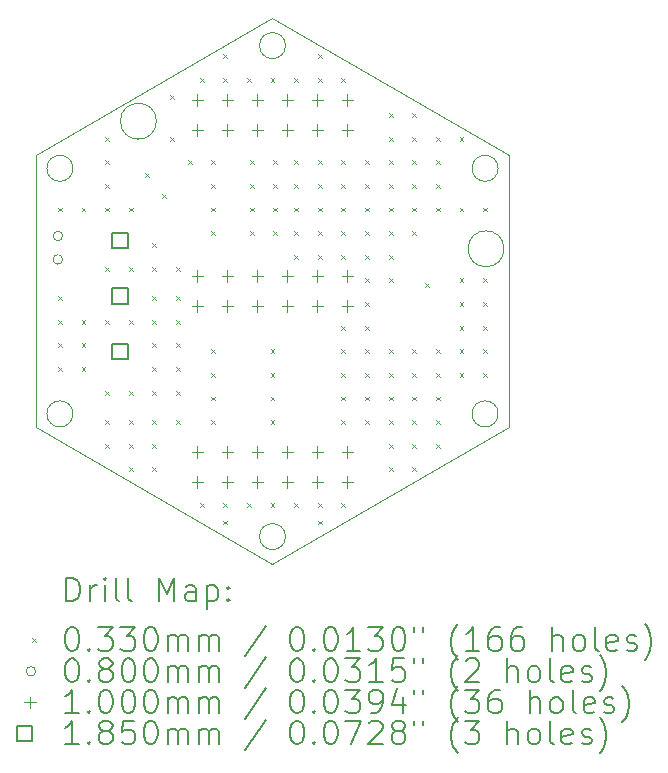
<source format=gbr>
%TF.GenerationSoftware,KiCad,Pcbnew,7.0.5*%
%TF.CreationDate,2024-01-18T17:38:38-05:00*%
%TF.ProjectId,CONN,434f4e4e-2e6b-4696-9361-645f70636258,rev?*%
%TF.SameCoordinates,Original*%
%TF.FileFunction,Drillmap*%
%TF.FilePolarity,Positive*%
%FSLAX45Y45*%
G04 Gerber Fmt 4.5, Leading zero omitted, Abs format (unit mm)*
G04 Created by KiCad (PCBNEW 7.0.5) date 2024-01-18 17:38:38*
%MOMM*%
%LPD*%
G01*
G04 APERTURE LIST*
%ADD10C,0.100000*%
%ADD11C,0.200000*%
%ADD12C,0.033020*%
%ADD13C,0.080000*%
%ADD14C,0.185000*%
G04 APERTURE END LIST*
D10*
X13016000Y-8855761D02*
X13016000Y-11165162D01*
X16926000Y-11049692D02*
G75*
G03*
X16926000Y-11049692I-110000J0D01*
G01*
X14033069Y-8571931D02*
G75*
G03*
X14033069Y-8571931I-152069J0D01*
G01*
X13016000Y-11165162D02*
X15016000Y-12319862D01*
X16926000Y-8971231D02*
G75*
G03*
X16926000Y-8971231I-110000J0D01*
G01*
X13326000Y-8971231D02*
G75*
G03*
X13326000Y-8971231I-110000J0D01*
G01*
X15016000Y-7701060D02*
X13016000Y-8855761D01*
X17016000Y-8855761D02*
X15016000Y-7701060D01*
X16976000Y-9652362D02*
G75*
G03*
X16976000Y-9652362I-152069J0D01*
G01*
X15126000Y-7932000D02*
G75*
G03*
X15126000Y-7932000I-110000J0D01*
G01*
X15126000Y-12088922D02*
G75*
G03*
X15126000Y-12088922I-110000J0D01*
G01*
X17016000Y-11165162D02*
X17016000Y-8855761D01*
X15016000Y-12319862D02*
X17016000Y-11165162D01*
X13326000Y-11049692D02*
G75*
G03*
X13326000Y-11049692I-110000J0D01*
G01*
D11*
D12*
X13199490Y-9303352D02*
X13232510Y-9336372D01*
X13232510Y-9303352D02*
X13199490Y-9336372D01*
X13199490Y-10053352D02*
X13232510Y-10086372D01*
X13232510Y-10053352D02*
X13199490Y-10086372D01*
X13199490Y-10253352D02*
X13232510Y-10286372D01*
X13232510Y-10253352D02*
X13199490Y-10286372D01*
X13199490Y-10453352D02*
X13232510Y-10486372D01*
X13232510Y-10453352D02*
X13199490Y-10486372D01*
X13199490Y-10653352D02*
X13232510Y-10686372D01*
X13232510Y-10653352D02*
X13199490Y-10686372D01*
X13399490Y-9303352D02*
X13432510Y-9336372D01*
X13432510Y-9303352D02*
X13399490Y-9336372D01*
X13399490Y-10253352D02*
X13432510Y-10286372D01*
X13432510Y-10253352D02*
X13399490Y-10286372D01*
X13399490Y-10453352D02*
X13432510Y-10486372D01*
X13432510Y-10453352D02*
X13399490Y-10486372D01*
X13399490Y-10653352D02*
X13432510Y-10686372D01*
X13432510Y-10653352D02*
X13399490Y-10686372D01*
X13599490Y-8703352D02*
X13632510Y-8736372D01*
X13632510Y-8703352D02*
X13599490Y-8736372D01*
X13599490Y-8903352D02*
X13632510Y-8936372D01*
X13632510Y-8903352D02*
X13599490Y-8936372D01*
X13599490Y-9103352D02*
X13632510Y-9136372D01*
X13632510Y-9103352D02*
X13599490Y-9136372D01*
X13599490Y-9303352D02*
X13632510Y-9336372D01*
X13632510Y-9303352D02*
X13599490Y-9336372D01*
X13599490Y-9803352D02*
X13632510Y-9836372D01*
X13632510Y-9803352D02*
X13599490Y-9836372D01*
X13599490Y-10253352D02*
X13632510Y-10286372D01*
X13632510Y-10253352D02*
X13599490Y-10286372D01*
X13599490Y-10853352D02*
X13632510Y-10886372D01*
X13632510Y-10853352D02*
X13599490Y-10886372D01*
X13599490Y-11103352D02*
X13632510Y-11136372D01*
X13632510Y-11103352D02*
X13599490Y-11136372D01*
X13599490Y-11303352D02*
X13632510Y-11336372D01*
X13632510Y-11303352D02*
X13599490Y-11336372D01*
X13799490Y-9303352D02*
X13832510Y-9336372D01*
X13832510Y-9303352D02*
X13799490Y-9336372D01*
X13799490Y-9803352D02*
X13832510Y-9836372D01*
X13832510Y-9803352D02*
X13799490Y-9836372D01*
X13799490Y-10253352D02*
X13832510Y-10286372D01*
X13832510Y-10253352D02*
X13799490Y-10286372D01*
X13799490Y-10853352D02*
X13832510Y-10886372D01*
X13832510Y-10853352D02*
X13799490Y-10886372D01*
X13799490Y-11103352D02*
X13832510Y-11136372D01*
X13832510Y-11103352D02*
X13799490Y-11136372D01*
X13799490Y-11303352D02*
X13832510Y-11336372D01*
X13832510Y-11303352D02*
X13799490Y-11336372D01*
X13799490Y-11503352D02*
X13832510Y-11536372D01*
X13832510Y-11503352D02*
X13799490Y-11536372D01*
X13934490Y-9008352D02*
X13967510Y-9041372D01*
X13967510Y-9008352D02*
X13934490Y-9041372D01*
X13999490Y-9603352D02*
X14032510Y-9636372D01*
X14032510Y-9603352D02*
X13999490Y-9636372D01*
X13999490Y-9803352D02*
X14032510Y-9836372D01*
X14032510Y-9803352D02*
X13999490Y-9836372D01*
X13999490Y-10053352D02*
X14032510Y-10086372D01*
X14032510Y-10053352D02*
X13999490Y-10086372D01*
X13999490Y-10253352D02*
X14032510Y-10286372D01*
X14032510Y-10253352D02*
X13999490Y-10286372D01*
X13999490Y-10453352D02*
X14032510Y-10486372D01*
X14032510Y-10453352D02*
X13999490Y-10486372D01*
X13999490Y-10653352D02*
X14032510Y-10686372D01*
X14032510Y-10653352D02*
X13999490Y-10686372D01*
X13999490Y-10853352D02*
X14032510Y-10886372D01*
X14032510Y-10853352D02*
X13999490Y-10886372D01*
X13999490Y-11103352D02*
X14032510Y-11136372D01*
X14032510Y-11103352D02*
X13999490Y-11136372D01*
X13999490Y-11303352D02*
X14032510Y-11336372D01*
X14032510Y-11303352D02*
X13999490Y-11336372D01*
X13999490Y-11503352D02*
X14032510Y-11536372D01*
X14032510Y-11503352D02*
X13999490Y-11536372D01*
X14084490Y-9188352D02*
X14117510Y-9221372D01*
X14117510Y-9188352D02*
X14084490Y-9221372D01*
X14149490Y-8353352D02*
X14182510Y-8386372D01*
X14182510Y-8353352D02*
X14149490Y-8386372D01*
X14149490Y-8703352D02*
X14182510Y-8736372D01*
X14182510Y-8703352D02*
X14149490Y-8736372D01*
X14199490Y-9803352D02*
X14232510Y-9836372D01*
X14232510Y-9803352D02*
X14199490Y-9836372D01*
X14199490Y-10053352D02*
X14232510Y-10086372D01*
X14232510Y-10053352D02*
X14199490Y-10086372D01*
X14199490Y-10253352D02*
X14232510Y-10286372D01*
X14232510Y-10253352D02*
X14199490Y-10286372D01*
X14199490Y-10453352D02*
X14232510Y-10486372D01*
X14232510Y-10453352D02*
X14199490Y-10486372D01*
X14199490Y-10653352D02*
X14232510Y-10686372D01*
X14232510Y-10653352D02*
X14199490Y-10686372D01*
X14199490Y-10853352D02*
X14232510Y-10886372D01*
X14232510Y-10853352D02*
X14199490Y-10886372D01*
X14199490Y-11103352D02*
X14232510Y-11136372D01*
X14232510Y-11103352D02*
X14199490Y-11136372D01*
X14299490Y-8903352D02*
X14332510Y-8936372D01*
X14332510Y-8903352D02*
X14299490Y-8936372D01*
X14399490Y-8203352D02*
X14432510Y-8236372D01*
X14432510Y-8203352D02*
X14399490Y-8236372D01*
X14399490Y-11803352D02*
X14432510Y-11836372D01*
X14432510Y-11803352D02*
X14399490Y-11836372D01*
X14499490Y-8903352D02*
X14532510Y-8936372D01*
X14532510Y-8903352D02*
X14499490Y-8936372D01*
X14499490Y-9103352D02*
X14532510Y-9136372D01*
X14532510Y-9103352D02*
X14499490Y-9136372D01*
X14499490Y-9303352D02*
X14532510Y-9336372D01*
X14532510Y-9303352D02*
X14499490Y-9336372D01*
X14499490Y-9503352D02*
X14532510Y-9536372D01*
X14532510Y-9503352D02*
X14499490Y-9536372D01*
X14499490Y-10503352D02*
X14532510Y-10536372D01*
X14532510Y-10503352D02*
X14499490Y-10536372D01*
X14499490Y-10703352D02*
X14532510Y-10736372D01*
X14532510Y-10703352D02*
X14499490Y-10736372D01*
X14499490Y-10903352D02*
X14532510Y-10936372D01*
X14532510Y-10903352D02*
X14499490Y-10936372D01*
X14499490Y-11103352D02*
X14532510Y-11136372D01*
X14532510Y-11103352D02*
X14499490Y-11136372D01*
X14599490Y-8003352D02*
X14632510Y-8036372D01*
X14632510Y-8003352D02*
X14599490Y-8036372D01*
X14599490Y-8203352D02*
X14632510Y-8236372D01*
X14632510Y-8203352D02*
X14599490Y-8236372D01*
X14599490Y-11803352D02*
X14632510Y-11836372D01*
X14632510Y-11803352D02*
X14599490Y-11836372D01*
X14599490Y-11953352D02*
X14632510Y-11986372D01*
X14632510Y-11953352D02*
X14599490Y-11986372D01*
X14799490Y-8203352D02*
X14832510Y-8236372D01*
X14832510Y-8203352D02*
X14799490Y-8236372D01*
X14799490Y-11803352D02*
X14832510Y-11836372D01*
X14832510Y-11803352D02*
X14799490Y-11836372D01*
X14824490Y-8903352D02*
X14857510Y-8936372D01*
X14857510Y-8903352D02*
X14824490Y-8936372D01*
X14824490Y-9103352D02*
X14857510Y-9136372D01*
X14857510Y-9103352D02*
X14824490Y-9136372D01*
X14824490Y-9303352D02*
X14857510Y-9336372D01*
X14857510Y-9303352D02*
X14824490Y-9336372D01*
X14824490Y-9503352D02*
X14857510Y-9536372D01*
X14857510Y-9503352D02*
X14824490Y-9536372D01*
X14999490Y-8203352D02*
X15032510Y-8236372D01*
X15032510Y-8203352D02*
X14999490Y-8236372D01*
X14999490Y-10503352D02*
X15032510Y-10536372D01*
X15032510Y-10503352D02*
X14999490Y-10536372D01*
X14999490Y-10703352D02*
X15032510Y-10736372D01*
X15032510Y-10703352D02*
X14999490Y-10736372D01*
X14999490Y-10903352D02*
X15032510Y-10936372D01*
X15032510Y-10903352D02*
X14999490Y-10936372D01*
X14999490Y-11103352D02*
X15032510Y-11136372D01*
X15032510Y-11103352D02*
X14999490Y-11136372D01*
X14999490Y-11803352D02*
X15032510Y-11836372D01*
X15032510Y-11803352D02*
X14999490Y-11836372D01*
X15024490Y-8903352D02*
X15057510Y-8936372D01*
X15057510Y-8903352D02*
X15024490Y-8936372D01*
X15024490Y-9103352D02*
X15057510Y-9136372D01*
X15057510Y-9103352D02*
X15024490Y-9136372D01*
X15024490Y-9303352D02*
X15057510Y-9336372D01*
X15057510Y-9303352D02*
X15024490Y-9336372D01*
X15024490Y-9503352D02*
X15057510Y-9536372D01*
X15057510Y-9503352D02*
X15024490Y-9536372D01*
X15199490Y-8203352D02*
X15232510Y-8236372D01*
X15232510Y-8203352D02*
X15199490Y-8236372D01*
X15199490Y-8903352D02*
X15232510Y-8936372D01*
X15232510Y-8903352D02*
X15199490Y-8936372D01*
X15199490Y-9103352D02*
X15232510Y-9136372D01*
X15232510Y-9103352D02*
X15199490Y-9136372D01*
X15199490Y-9303352D02*
X15232510Y-9336372D01*
X15232510Y-9303352D02*
X15199490Y-9336372D01*
X15199490Y-9503352D02*
X15232510Y-9536372D01*
X15232510Y-9503352D02*
X15199490Y-9536372D01*
X15199490Y-9703352D02*
X15232510Y-9736372D01*
X15232510Y-9703352D02*
X15199490Y-9736372D01*
X15199490Y-11803352D02*
X15232510Y-11836372D01*
X15232510Y-11803352D02*
X15199490Y-11836372D01*
X15399490Y-8003352D02*
X15432510Y-8036372D01*
X15432510Y-8003352D02*
X15399490Y-8036372D01*
X15399490Y-8203352D02*
X15432510Y-8236372D01*
X15432510Y-8203352D02*
X15399490Y-8236372D01*
X15399490Y-8903352D02*
X15432510Y-8936372D01*
X15432510Y-8903352D02*
X15399490Y-8936372D01*
X15399490Y-9103352D02*
X15432510Y-9136372D01*
X15432510Y-9103352D02*
X15399490Y-9136372D01*
X15399490Y-9303352D02*
X15432510Y-9336372D01*
X15432510Y-9303352D02*
X15399490Y-9336372D01*
X15399490Y-9503352D02*
X15432510Y-9536372D01*
X15432510Y-9503352D02*
X15399490Y-9536372D01*
X15399490Y-9703352D02*
X15432510Y-9736372D01*
X15432510Y-9703352D02*
X15399490Y-9736372D01*
X15399490Y-11803352D02*
X15432510Y-11836372D01*
X15432510Y-11803352D02*
X15399490Y-11836372D01*
X15399490Y-11953352D02*
X15432510Y-11986372D01*
X15432510Y-11953352D02*
X15399490Y-11986372D01*
X15599490Y-8203352D02*
X15632510Y-8236372D01*
X15632510Y-8203352D02*
X15599490Y-8236372D01*
X15599490Y-8903352D02*
X15632510Y-8936372D01*
X15632510Y-8903352D02*
X15599490Y-8936372D01*
X15599490Y-9103352D02*
X15632510Y-9136372D01*
X15632510Y-9103352D02*
X15599490Y-9136372D01*
X15599490Y-9303352D02*
X15632510Y-9336372D01*
X15632510Y-9303352D02*
X15599490Y-9336372D01*
X15599490Y-9503352D02*
X15632510Y-9536372D01*
X15632510Y-9503352D02*
X15599490Y-9536372D01*
X15599490Y-9703352D02*
X15632510Y-9736372D01*
X15632510Y-9703352D02*
X15599490Y-9736372D01*
X15599490Y-10303352D02*
X15632510Y-10336372D01*
X15632510Y-10303352D02*
X15599490Y-10336372D01*
X15599490Y-10503352D02*
X15632510Y-10536372D01*
X15632510Y-10503352D02*
X15599490Y-10536372D01*
X15599490Y-10703352D02*
X15632510Y-10736372D01*
X15632510Y-10703352D02*
X15599490Y-10736372D01*
X15599490Y-10903352D02*
X15632510Y-10936372D01*
X15632510Y-10903352D02*
X15599490Y-10936372D01*
X15599490Y-11103352D02*
X15632510Y-11136372D01*
X15632510Y-11103352D02*
X15599490Y-11136372D01*
X15599490Y-11803352D02*
X15632510Y-11836372D01*
X15632510Y-11803352D02*
X15599490Y-11836372D01*
X15799490Y-8903352D02*
X15832510Y-8936372D01*
X15832510Y-8903352D02*
X15799490Y-8936372D01*
X15799490Y-9103352D02*
X15832510Y-9136372D01*
X15832510Y-9103352D02*
X15799490Y-9136372D01*
X15799490Y-9303352D02*
X15832510Y-9336372D01*
X15832510Y-9303352D02*
X15799490Y-9336372D01*
X15799490Y-9503352D02*
X15832510Y-9536372D01*
X15832510Y-9503352D02*
X15799490Y-9536372D01*
X15799490Y-9703352D02*
X15832510Y-9736372D01*
X15832510Y-9703352D02*
X15799490Y-9736372D01*
X15799490Y-9903352D02*
X15832510Y-9936372D01*
X15832510Y-9903352D02*
X15799490Y-9936372D01*
X15799490Y-10103352D02*
X15832510Y-10136372D01*
X15832510Y-10103352D02*
X15799490Y-10136372D01*
X15799490Y-10303352D02*
X15832510Y-10336372D01*
X15832510Y-10303352D02*
X15799490Y-10336372D01*
X15799490Y-10503352D02*
X15832510Y-10536372D01*
X15832510Y-10503352D02*
X15799490Y-10536372D01*
X15799490Y-10703352D02*
X15832510Y-10736372D01*
X15832510Y-10703352D02*
X15799490Y-10736372D01*
X15799490Y-10903352D02*
X15832510Y-10936372D01*
X15832510Y-10903352D02*
X15799490Y-10936372D01*
X15799490Y-11103352D02*
X15832510Y-11136372D01*
X15832510Y-11103352D02*
X15799490Y-11136372D01*
X15999490Y-8503352D02*
X16032510Y-8536372D01*
X16032510Y-8503352D02*
X15999490Y-8536372D01*
X15999490Y-8703352D02*
X16032510Y-8736372D01*
X16032510Y-8703352D02*
X15999490Y-8736372D01*
X15999490Y-8903352D02*
X16032510Y-8936372D01*
X16032510Y-8903352D02*
X15999490Y-8936372D01*
X15999490Y-9103352D02*
X16032510Y-9136372D01*
X16032510Y-9103352D02*
X15999490Y-9136372D01*
X15999490Y-9303352D02*
X16032510Y-9336372D01*
X16032510Y-9303352D02*
X15999490Y-9336372D01*
X15999490Y-9503352D02*
X16032510Y-9536372D01*
X16032510Y-9503352D02*
X15999490Y-9536372D01*
X15999490Y-9703352D02*
X16032510Y-9736372D01*
X16032510Y-9703352D02*
X15999490Y-9736372D01*
X15999490Y-9903352D02*
X16032510Y-9936372D01*
X16032510Y-9903352D02*
X15999490Y-9936372D01*
X15999490Y-10503352D02*
X16032510Y-10536372D01*
X16032510Y-10503352D02*
X15999490Y-10536372D01*
X15999490Y-10703352D02*
X16032510Y-10736372D01*
X16032510Y-10703352D02*
X15999490Y-10736372D01*
X15999490Y-10903352D02*
X16032510Y-10936372D01*
X16032510Y-10903352D02*
X15999490Y-10936372D01*
X15999490Y-11103352D02*
X16032510Y-11136372D01*
X16032510Y-11103352D02*
X15999490Y-11136372D01*
X15999490Y-11303352D02*
X16032510Y-11336372D01*
X16032510Y-11303352D02*
X15999490Y-11336372D01*
X15999490Y-11503352D02*
X16032510Y-11536372D01*
X16032510Y-11503352D02*
X15999490Y-11536372D01*
X16199490Y-8503352D02*
X16232510Y-8536372D01*
X16232510Y-8503352D02*
X16199490Y-8536372D01*
X16199490Y-8703352D02*
X16232510Y-8736372D01*
X16232510Y-8703352D02*
X16199490Y-8736372D01*
X16199490Y-8903352D02*
X16232510Y-8936372D01*
X16232510Y-8903352D02*
X16199490Y-8936372D01*
X16199490Y-9103352D02*
X16232510Y-9136372D01*
X16232510Y-9103352D02*
X16199490Y-9136372D01*
X16199490Y-9303352D02*
X16232510Y-9336372D01*
X16232510Y-9303352D02*
X16199490Y-9336372D01*
X16199490Y-9503352D02*
X16232510Y-9536372D01*
X16232510Y-9503352D02*
X16199490Y-9536372D01*
X16199490Y-10503352D02*
X16232510Y-10536372D01*
X16232510Y-10503352D02*
X16199490Y-10536372D01*
X16199490Y-10703352D02*
X16232510Y-10736372D01*
X16232510Y-10703352D02*
X16199490Y-10736372D01*
X16199490Y-10903352D02*
X16232510Y-10936372D01*
X16232510Y-10903352D02*
X16199490Y-10936372D01*
X16199490Y-11103352D02*
X16232510Y-11136372D01*
X16232510Y-11103352D02*
X16199490Y-11136372D01*
X16199490Y-11303352D02*
X16232510Y-11336372D01*
X16232510Y-11303352D02*
X16199490Y-11336372D01*
X16199490Y-11503352D02*
X16232510Y-11536372D01*
X16232510Y-11503352D02*
X16199490Y-11536372D01*
X16309490Y-9943352D02*
X16342510Y-9976372D01*
X16342510Y-9943352D02*
X16309490Y-9976372D01*
X16399490Y-8703352D02*
X16432510Y-8736372D01*
X16432510Y-8703352D02*
X16399490Y-8736372D01*
X16399490Y-8903352D02*
X16432510Y-8936372D01*
X16432510Y-8903352D02*
X16399490Y-8936372D01*
X16399490Y-9103352D02*
X16432510Y-9136372D01*
X16432510Y-9103352D02*
X16399490Y-9136372D01*
X16399490Y-9303352D02*
X16432510Y-9336372D01*
X16432510Y-9303352D02*
X16399490Y-9336372D01*
X16399490Y-10503352D02*
X16432510Y-10536372D01*
X16432510Y-10503352D02*
X16399490Y-10536372D01*
X16399490Y-10703352D02*
X16432510Y-10736372D01*
X16432510Y-10703352D02*
X16399490Y-10736372D01*
X16399490Y-10903352D02*
X16432510Y-10936372D01*
X16432510Y-10903352D02*
X16399490Y-10936372D01*
X16399490Y-11103352D02*
X16432510Y-11136372D01*
X16432510Y-11103352D02*
X16399490Y-11136372D01*
X16399490Y-11303352D02*
X16432510Y-11336372D01*
X16432510Y-11303352D02*
X16399490Y-11336372D01*
X16599490Y-8703352D02*
X16632510Y-8736372D01*
X16632510Y-8703352D02*
X16599490Y-8736372D01*
X16599490Y-9303352D02*
X16632510Y-9336372D01*
X16632510Y-9303352D02*
X16599490Y-9336372D01*
X16599490Y-9903352D02*
X16632510Y-9936372D01*
X16632510Y-9903352D02*
X16599490Y-9936372D01*
X16599490Y-10103352D02*
X16632510Y-10136372D01*
X16632510Y-10103352D02*
X16599490Y-10136372D01*
X16599490Y-10303352D02*
X16632510Y-10336372D01*
X16632510Y-10303352D02*
X16599490Y-10336372D01*
X16599490Y-10503352D02*
X16632510Y-10536372D01*
X16632510Y-10503352D02*
X16599490Y-10536372D01*
X16599490Y-10703352D02*
X16632510Y-10736372D01*
X16632510Y-10703352D02*
X16599490Y-10736372D01*
X16799490Y-9303352D02*
X16832510Y-9336372D01*
X16832510Y-9303352D02*
X16799490Y-9336372D01*
X16799490Y-9903352D02*
X16832510Y-9936372D01*
X16832510Y-9903352D02*
X16799490Y-9936372D01*
X16799490Y-10103352D02*
X16832510Y-10136372D01*
X16832510Y-10103352D02*
X16799490Y-10136372D01*
X16799490Y-10303352D02*
X16832510Y-10336372D01*
X16832510Y-10303352D02*
X16799490Y-10336372D01*
X16799490Y-10503352D02*
X16832510Y-10536372D01*
X16832510Y-10503352D02*
X16799490Y-10536372D01*
X16799490Y-10703352D02*
X16832510Y-10736372D01*
X16832510Y-10703352D02*
X16799490Y-10736372D01*
D13*
X13239000Y-9542862D02*
G75*
G03*
X13239000Y-9542862I-40000J0D01*
G01*
X13239000Y-9742862D02*
G75*
G03*
X13239000Y-9742862I-40000J0D01*
G01*
D10*
X14381000Y-8342560D02*
X14381000Y-8442560D01*
X14331000Y-8392560D02*
X14431000Y-8392560D01*
X14381000Y-8596560D02*
X14381000Y-8696560D01*
X14331000Y-8646560D02*
X14431000Y-8646560D01*
X14381000Y-9833362D02*
X14381000Y-9933362D01*
X14331000Y-9883362D02*
X14431000Y-9883362D01*
X14381000Y-10087362D02*
X14381000Y-10187362D01*
X14331000Y-10137362D02*
X14431000Y-10137362D01*
X14381000Y-11324362D02*
X14381000Y-11424362D01*
X14331000Y-11374362D02*
X14431000Y-11374362D01*
X14381000Y-11578362D02*
X14381000Y-11678362D01*
X14331000Y-11628362D02*
X14431000Y-11628362D01*
X14635000Y-8342560D02*
X14635000Y-8442560D01*
X14585000Y-8392560D02*
X14685000Y-8392560D01*
X14635000Y-8596560D02*
X14635000Y-8696560D01*
X14585000Y-8646560D02*
X14685000Y-8646560D01*
X14635000Y-9833362D02*
X14635000Y-9933362D01*
X14585000Y-9883362D02*
X14685000Y-9883362D01*
X14635000Y-10087362D02*
X14635000Y-10187362D01*
X14585000Y-10137362D02*
X14685000Y-10137362D01*
X14635000Y-11324362D02*
X14635000Y-11424362D01*
X14585000Y-11374362D02*
X14685000Y-11374362D01*
X14635000Y-11578362D02*
X14635000Y-11678362D01*
X14585000Y-11628362D02*
X14685000Y-11628362D01*
X14889000Y-8342560D02*
X14889000Y-8442560D01*
X14839000Y-8392560D02*
X14939000Y-8392560D01*
X14889000Y-8596560D02*
X14889000Y-8696560D01*
X14839000Y-8646560D02*
X14939000Y-8646560D01*
X14889000Y-9833362D02*
X14889000Y-9933362D01*
X14839000Y-9883362D02*
X14939000Y-9883362D01*
X14889000Y-10087362D02*
X14889000Y-10187362D01*
X14839000Y-10137362D02*
X14939000Y-10137362D01*
X14889000Y-11324362D02*
X14889000Y-11424362D01*
X14839000Y-11374362D02*
X14939000Y-11374362D01*
X14889000Y-11578362D02*
X14889000Y-11678362D01*
X14839000Y-11628362D02*
X14939000Y-11628362D01*
X15143000Y-8342560D02*
X15143000Y-8442560D01*
X15093000Y-8392560D02*
X15193000Y-8392560D01*
X15143000Y-8596560D02*
X15143000Y-8696560D01*
X15093000Y-8646560D02*
X15193000Y-8646560D01*
X15143000Y-9833362D02*
X15143000Y-9933362D01*
X15093000Y-9883362D02*
X15193000Y-9883362D01*
X15143000Y-10087362D02*
X15143000Y-10187362D01*
X15093000Y-10137362D02*
X15193000Y-10137362D01*
X15143000Y-11324362D02*
X15143000Y-11424362D01*
X15093000Y-11374362D02*
X15193000Y-11374362D01*
X15143000Y-11578362D02*
X15143000Y-11678362D01*
X15093000Y-11628362D02*
X15193000Y-11628362D01*
X15397000Y-8342560D02*
X15397000Y-8442560D01*
X15347000Y-8392560D02*
X15447000Y-8392560D01*
X15397000Y-8596560D02*
X15397000Y-8696560D01*
X15347000Y-8646560D02*
X15447000Y-8646560D01*
X15397000Y-9833362D02*
X15397000Y-9933362D01*
X15347000Y-9883362D02*
X15447000Y-9883362D01*
X15397000Y-10087362D02*
X15397000Y-10187362D01*
X15347000Y-10137362D02*
X15447000Y-10137362D01*
X15397000Y-11324362D02*
X15397000Y-11424362D01*
X15347000Y-11374362D02*
X15447000Y-11374362D01*
X15397000Y-11578362D02*
X15397000Y-11678362D01*
X15347000Y-11628362D02*
X15447000Y-11628362D01*
X15651000Y-8342560D02*
X15651000Y-8442560D01*
X15601000Y-8392560D02*
X15701000Y-8392560D01*
X15651000Y-8596560D02*
X15651000Y-8696560D01*
X15601000Y-8646560D02*
X15701000Y-8646560D01*
X15651000Y-9833362D02*
X15651000Y-9933362D01*
X15601000Y-9883362D02*
X15701000Y-9883362D01*
X15651000Y-10087362D02*
X15651000Y-10187362D01*
X15601000Y-10137362D02*
X15701000Y-10137362D01*
X15651000Y-11324362D02*
X15651000Y-11424362D01*
X15601000Y-11374362D02*
X15701000Y-11374362D01*
X15651000Y-11578362D02*
X15651000Y-11678362D01*
X15601000Y-11628362D02*
X15701000Y-11628362D01*
D14*
X13789408Y-9645869D02*
X13789408Y-9515053D01*
X13658592Y-9515053D01*
X13658592Y-9645869D01*
X13789408Y-9645869D01*
X13789408Y-10115869D02*
X13789408Y-9985053D01*
X13658592Y-9985053D01*
X13658592Y-10115869D01*
X13789408Y-10115869D01*
X13789408Y-10585869D02*
X13789408Y-10455053D01*
X13658592Y-10455053D01*
X13658592Y-10585869D01*
X13789408Y-10585869D01*
D11*
X13271777Y-12636346D02*
X13271777Y-12436346D01*
X13271777Y-12436346D02*
X13319396Y-12436346D01*
X13319396Y-12436346D02*
X13347967Y-12445870D01*
X13347967Y-12445870D02*
X13367015Y-12464917D01*
X13367015Y-12464917D02*
X13376539Y-12483965D01*
X13376539Y-12483965D02*
X13386062Y-12522060D01*
X13386062Y-12522060D02*
X13386062Y-12550632D01*
X13386062Y-12550632D02*
X13376539Y-12588727D01*
X13376539Y-12588727D02*
X13367015Y-12607774D01*
X13367015Y-12607774D02*
X13347967Y-12626822D01*
X13347967Y-12626822D02*
X13319396Y-12636346D01*
X13319396Y-12636346D02*
X13271777Y-12636346D01*
X13471777Y-12636346D02*
X13471777Y-12503012D01*
X13471777Y-12541108D02*
X13481301Y-12522060D01*
X13481301Y-12522060D02*
X13490824Y-12512536D01*
X13490824Y-12512536D02*
X13509872Y-12503012D01*
X13509872Y-12503012D02*
X13528920Y-12503012D01*
X13595586Y-12636346D02*
X13595586Y-12503012D01*
X13595586Y-12436346D02*
X13586062Y-12445870D01*
X13586062Y-12445870D02*
X13595586Y-12455393D01*
X13595586Y-12455393D02*
X13605110Y-12445870D01*
X13605110Y-12445870D02*
X13595586Y-12436346D01*
X13595586Y-12436346D02*
X13595586Y-12455393D01*
X13719396Y-12636346D02*
X13700348Y-12626822D01*
X13700348Y-12626822D02*
X13690824Y-12607774D01*
X13690824Y-12607774D02*
X13690824Y-12436346D01*
X13824158Y-12636346D02*
X13805110Y-12626822D01*
X13805110Y-12626822D02*
X13795586Y-12607774D01*
X13795586Y-12607774D02*
X13795586Y-12436346D01*
X14052729Y-12636346D02*
X14052729Y-12436346D01*
X14052729Y-12436346D02*
X14119396Y-12579203D01*
X14119396Y-12579203D02*
X14186062Y-12436346D01*
X14186062Y-12436346D02*
X14186062Y-12636346D01*
X14367015Y-12636346D02*
X14367015Y-12531584D01*
X14367015Y-12531584D02*
X14357491Y-12512536D01*
X14357491Y-12512536D02*
X14338443Y-12503012D01*
X14338443Y-12503012D02*
X14300348Y-12503012D01*
X14300348Y-12503012D02*
X14281301Y-12512536D01*
X14367015Y-12626822D02*
X14347967Y-12636346D01*
X14347967Y-12636346D02*
X14300348Y-12636346D01*
X14300348Y-12636346D02*
X14281301Y-12626822D01*
X14281301Y-12626822D02*
X14271777Y-12607774D01*
X14271777Y-12607774D02*
X14271777Y-12588727D01*
X14271777Y-12588727D02*
X14281301Y-12569679D01*
X14281301Y-12569679D02*
X14300348Y-12560155D01*
X14300348Y-12560155D02*
X14347967Y-12560155D01*
X14347967Y-12560155D02*
X14367015Y-12550632D01*
X14462253Y-12503012D02*
X14462253Y-12703012D01*
X14462253Y-12512536D02*
X14481301Y-12503012D01*
X14481301Y-12503012D02*
X14519396Y-12503012D01*
X14519396Y-12503012D02*
X14538443Y-12512536D01*
X14538443Y-12512536D02*
X14547967Y-12522060D01*
X14547967Y-12522060D02*
X14557491Y-12541108D01*
X14557491Y-12541108D02*
X14557491Y-12598251D01*
X14557491Y-12598251D02*
X14547967Y-12617298D01*
X14547967Y-12617298D02*
X14538443Y-12626822D01*
X14538443Y-12626822D02*
X14519396Y-12636346D01*
X14519396Y-12636346D02*
X14481301Y-12636346D01*
X14481301Y-12636346D02*
X14462253Y-12626822D01*
X14643205Y-12617298D02*
X14652729Y-12626822D01*
X14652729Y-12626822D02*
X14643205Y-12636346D01*
X14643205Y-12636346D02*
X14633682Y-12626822D01*
X14633682Y-12626822D02*
X14643205Y-12617298D01*
X14643205Y-12617298D02*
X14643205Y-12636346D01*
X14643205Y-12512536D02*
X14652729Y-12522060D01*
X14652729Y-12522060D02*
X14643205Y-12531584D01*
X14643205Y-12531584D02*
X14633682Y-12522060D01*
X14633682Y-12522060D02*
X14643205Y-12512536D01*
X14643205Y-12512536D02*
X14643205Y-12531584D01*
D12*
X12977980Y-12948352D02*
X13011000Y-12981372D01*
X13011000Y-12948352D02*
X12977980Y-12981372D01*
D11*
X13309872Y-12856346D02*
X13328920Y-12856346D01*
X13328920Y-12856346D02*
X13347967Y-12865870D01*
X13347967Y-12865870D02*
X13357491Y-12875393D01*
X13357491Y-12875393D02*
X13367015Y-12894441D01*
X13367015Y-12894441D02*
X13376539Y-12932536D01*
X13376539Y-12932536D02*
X13376539Y-12980155D01*
X13376539Y-12980155D02*
X13367015Y-13018251D01*
X13367015Y-13018251D02*
X13357491Y-13037298D01*
X13357491Y-13037298D02*
X13347967Y-13046822D01*
X13347967Y-13046822D02*
X13328920Y-13056346D01*
X13328920Y-13056346D02*
X13309872Y-13056346D01*
X13309872Y-13056346D02*
X13290824Y-13046822D01*
X13290824Y-13046822D02*
X13281301Y-13037298D01*
X13281301Y-13037298D02*
X13271777Y-13018251D01*
X13271777Y-13018251D02*
X13262253Y-12980155D01*
X13262253Y-12980155D02*
X13262253Y-12932536D01*
X13262253Y-12932536D02*
X13271777Y-12894441D01*
X13271777Y-12894441D02*
X13281301Y-12875393D01*
X13281301Y-12875393D02*
X13290824Y-12865870D01*
X13290824Y-12865870D02*
X13309872Y-12856346D01*
X13462253Y-13037298D02*
X13471777Y-13046822D01*
X13471777Y-13046822D02*
X13462253Y-13056346D01*
X13462253Y-13056346D02*
X13452729Y-13046822D01*
X13452729Y-13046822D02*
X13462253Y-13037298D01*
X13462253Y-13037298D02*
X13462253Y-13056346D01*
X13538443Y-12856346D02*
X13662253Y-12856346D01*
X13662253Y-12856346D02*
X13595586Y-12932536D01*
X13595586Y-12932536D02*
X13624158Y-12932536D01*
X13624158Y-12932536D02*
X13643205Y-12942060D01*
X13643205Y-12942060D02*
X13652729Y-12951584D01*
X13652729Y-12951584D02*
X13662253Y-12970632D01*
X13662253Y-12970632D02*
X13662253Y-13018251D01*
X13662253Y-13018251D02*
X13652729Y-13037298D01*
X13652729Y-13037298D02*
X13643205Y-13046822D01*
X13643205Y-13046822D02*
X13624158Y-13056346D01*
X13624158Y-13056346D02*
X13567015Y-13056346D01*
X13567015Y-13056346D02*
X13547967Y-13046822D01*
X13547967Y-13046822D02*
X13538443Y-13037298D01*
X13728920Y-12856346D02*
X13852729Y-12856346D01*
X13852729Y-12856346D02*
X13786062Y-12932536D01*
X13786062Y-12932536D02*
X13814634Y-12932536D01*
X13814634Y-12932536D02*
X13833682Y-12942060D01*
X13833682Y-12942060D02*
X13843205Y-12951584D01*
X13843205Y-12951584D02*
X13852729Y-12970632D01*
X13852729Y-12970632D02*
X13852729Y-13018251D01*
X13852729Y-13018251D02*
X13843205Y-13037298D01*
X13843205Y-13037298D02*
X13833682Y-13046822D01*
X13833682Y-13046822D02*
X13814634Y-13056346D01*
X13814634Y-13056346D02*
X13757491Y-13056346D01*
X13757491Y-13056346D02*
X13738443Y-13046822D01*
X13738443Y-13046822D02*
X13728920Y-13037298D01*
X13976539Y-12856346D02*
X13995586Y-12856346D01*
X13995586Y-12856346D02*
X14014634Y-12865870D01*
X14014634Y-12865870D02*
X14024158Y-12875393D01*
X14024158Y-12875393D02*
X14033682Y-12894441D01*
X14033682Y-12894441D02*
X14043205Y-12932536D01*
X14043205Y-12932536D02*
X14043205Y-12980155D01*
X14043205Y-12980155D02*
X14033682Y-13018251D01*
X14033682Y-13018251D02*
X14024158Y-13037298D01*
X14024158Y-13037298D02*
X14014634Y-13046822D01*
X14014634Y-13046822D02*
X13995586Y-13056346D01*
X13995586Y-13056346D02*
X13976539Y-13056346D01*
X13976539Y-13056346D02*
X13957491Y-13046822D01*
X13957491Y-13046822D02*
X13947967Y-13037298D01*
X13947967Y-13037298D02*
X13938443Y-13018251D01*
X13938443Y-13018251D02*
X13928920Y-12980155D01*
X13928920Y-12980155D02*
X13928920Y-12932536D01*
X13928920Y-12932536D02*
X13938443Y-12894441D01*
X13938443Y-12894441D02*
X13947967Y-12875393D01*
X13947967Y-12875393D02*
X13957491Y-12865870D01*
X13957491Y-12865870D02*
X13976539Y-12856346D01*
X14128920Y-13056346D02*
X14128920Y-12923012D01*
X14128920Y-12942060D02*
X14138443Y-12932536D01*
X14138443Y-12932536D02*
X14157491Y-12923012D01*
X14157491Y-12923012D02*
X14186063Y-12923012D01*
X14186063Y-12923012D02*
X14205110Y-12932536D01*
X14205110Y-12932536D02*
X14214634Y-12951584D01*
X14214634Y-12951584D02*
X14214634Y-13056346D01*
X14214634Y-12951584D02*
X14224158Y-12932536D01*
X14224158Y-12932536D02*
X14243205Y-12923012D01*
X14243205Y-12923012D02*
X14271777Y-12923012D01*
X14271777Y-12923012D02*
X14290824Y-12932536D01*
X14290824Y-12932536D02*
X14300348Y-12951584D01*
X14300348Y-12951584D02*
X14300348Y-13056346D01*
X14395586Y-13056346D02*
X14395586Y-12923012D01*
X14395586Y-12942060D02*
X14405110Y-12932536D01*
X14405110Y-12932536D02*
X14424158Y-12923012D01*
X14424158Y-12923012D02*
X14452729Y-12923012D01*
X14452729Y-12923012D02*
X14471777Y-12932536D01*
X14471777Y-12932536D02*
X14481301Y-12951584D01*
X14481301Y-12951584D02*
X14481301Y-13056346D01*
X14481301Y-12951584D02*
X14490824Y-12932536D01*
X14490824Y-12932536D02*
X14509872Y-12923012D01*
X14509872Y-12923012D02*
X14538443Y-12923012D01*
X14538443Y-12923012D02*
X14557491Y-12932536D01*
X14557491Y-12932536D02*
X14567015Y-12951584D01*
X14567015Y-12951584D02*
X14567015Y-13056346D01*
X14957491Y-12846822D02*
X14786063Y-13103965D01*
X15214634Y-12856346D02*
X15233682Y-12856346D01*
X15233682Y-12856346D02*
X15252729Y-12865870D01*
X15252729Y-12865870D02*
X15262253Y-12875393D01*
X15262253Y-12875393D02*
X15271777Y-12894441D01*
X15271777Y-12894441D02*
X15281301Y-12932536D01*
X15281301Y-12932536D02*
X15281301Y-12980155D01*
X15281301Y-12980155D02*
X15271777Y-13018251D01*
X15271777Y-13018251D02*
X15262253Y-13037298D01*
X15262253Y-13037298D02*
X15252729Y-13046822D01*
X15252729Y-13046822D02*
X15233682Y-13056346D01*
X15233682Y-13056346D02*
X15214634Y-13056346D01*
X15214634Y-13056346D02*
X15195586Y-13046822D01*
X15195586Y-13046822D02*
X15186063Y-13037298D01*
X15186063Y-13037298D02*
X15176539Y-13018251D01*
X15176539Y-13018251D02*
X15167015Y-12980155D01*
X15167015Y-12980155D02*
X15167015Y-12932536D01*
X15167015Y-12932536D02*
X15176539Y-12894441D01*
X15176539Y-12894441D02*
X15186063Y-12875393D01*
X15186063Y-12875393D02*
X15195586Y-12865870D01*
X15195586Y-12865870D02*
X15214634Y-12856346D01*
X15367015Y-13037298D02*
X15376539Y-13046822D01*
X15376539Y-13046822D02*
X15367015Y-13056346D01*
X15367015Y-13056346D02*
X15357491Y-13046822D01*
X15357491Y-13046822D02*
X15367015Y-13037298D01*
X15367015Y-13037298D02*
X15367015Y-13056346D01*
X15500348Y-12856346D02*
X15519396Y-12856346D01*
X15519396Y-12856346D02*
X15538444Y-12865870D01*
X15538444Y-12865870D02*
X15547967Y-12875393D01*
X15547967Y-12875393D02*
X15557491Y-12894441D01*
X15557491Y-12894441D02*
X15567015Y-12932536D01*
X15567015Y-12932536D02*
X15567015Y-12980155D01*
X15567015Y-12980155D02*
X15557491Y-13018251D01*
X15557491Y-13018251D02*
X15547967Y-13037298D01*
X15547967Y-13037298D02*
X15538444Y-13046822D01*
X15538444Y-13046822D02*
X15519396Y-13056346D01*
X15519396Y-13056346D02*
X15500348Y-13056346D01*
X15500348Y-13056346D02*
X15481301Y-13046822D01*
X15481301Y-13046822D02*
X15471777Y-13037298D01*
X15471777Y-13037298D02*
X15462253Y-13018251D01*
X15462253Y-13018251D02*
X15452729Y-12980155D01*
X15452729Y-12980155D02*
X15452729Y-12932536D01*
X15452729Y-12932536D02*
X15462253Y-12894441D01*
X15462253Y-12894441D02*
X15471777Y-12875393D01*
X15471777Y-12875393D02*
X15481301Y-12865870D01*
X15481301Y-12865870D02*
X15500348Y-12856346D01*
X15757491Y-13056346D02*
X15643206Y-13056346D01*
X15700348Y-13056346D02*
X15700348Y-12856346D01*
X15700348Y-12856346D02*
X15681301Y-12884917D01*
X15681301Y-12884917D02*
X15662253Y-12903965D01*
X15662253Y-12903965D02*
X15643206Y-12913489D01*
X15824158Y-12856346D02*
X15947967Y-12856346D01*
X15947967Y-12856346D02*
X15881301Y-12932536D01*
X15881301Y-12932536D02*
X15909872Y-12932536D01*
X15909872Y-12932536D02*
X15928920Y-12942060D01*
X15928920Y-12942060D02*
X15938444Y-12951584D01*
X15938444Y-12951584D02*
X15947967Y-12970632D01*
X15947967Y-12970632D02*
X15947967Y-13018251D01*
X15947967Y-13018251D02*
X15938444Y-13037298D01*
X15938444Y-13037298D02*
X15928920Y-13046822D01*
X15928920Y-13046822D02*
X15909872Y-13056346D01*
X15909872Y-13056346D02*
X15852729Y-13056346D01*
X15852729Y-13056346D02*
X15833682Y-13046822D01*
X15833682Y-13046822D02*
X15824158Y-13037298D01*
X16071777Y-12856346D02*
X16090825Y-12856346D01*
X16090825Y-12856346D02*
X16109872Y-12865870D01*
X16109872Y-12865870D02*
X16119396Y-12875393D01*
X16119396Y-12875393D02*
X16128920Y-12894441D01*
X16128920Y-12894441D02*
X16138444Y-12932536D01*
X16138444Y-12932536D02*
X16138444Y-12980155D01*
X16138444Y-12980155D02*
X16128920Y-13018251D01*
X16128920Y-13018251D02*
X16119396Y-13037298D01*
X16119396Y-13037298D02*
X16109872Y-13046822D01*
X16109872Y-13046822D02*
X16090825Y-13056346D01*
X16090825Y-13056346D02*
X16071777Y-13056346D01*
X16071777Y-13056346D02*
X16052729Y-13046822D01*
X16052729Y-13046822D02*
X16043206Y-13037298D01*
X16043206Y-13037298D02*
X16033682Y-13018251D01*
X16033682Y-13018251D02*
X16024158Y-12980155D01*
X16024158Y-12980155D02*
X16024158Y-12932536D01*
X16024158Y-12932536D02*
X16033682Y-12894441D01*
X16033682Y-12894441D02*
X16043206Y-12875393D01*
X16043206Y-12875393D02*
X16052729Y-12865870D01*
X16052729Y-12865870D02*
X16071777Y-12856346D01*
X16214634Y-12856346D02*
X16214634Y-12894441D01*
X16290825Y-12856346D02*
X16290825Y-12894441D01*
X16586063Y-13132536D02*
X16576539Y-13123012D01*
X16576539Y-13123012D02*
X16557491Y-13094441D01*
X16557491Y-13094441D02*
X16547968Y-13075393D01*
X16547968Y-13075393D02*
X16538444Y-13046822D01*
X16538444Y-13046822D02*
X16528920Y-12999203D01*
X16528920Y-12999203D02*
X16528920Y-12961108D01*
X16528920Y-12961108D02*
X16538444Y-12913489D01*
X16538444Y-12913489D02*
X16547968Y-12884917D01*
X16547968Y-12884917D02*
X16557491Y-12865870D01*
X16557491Y-12865870D02*
X16576539Y-12837298D01*
X16576539Y-12837298D02*
X16586063Y-12827774D01*
X16767015Y-13056346D02*
X16652729Y-13056346D01*
X16709872Y-13056346D02*
X16709872Y-12856346D01*
X16709872Y-12856346D02*
X16690825Y-12884917D01*
X16690825Y-12884917D02*
X16671777Y-12903965D01*
X16671777Y-12903965D02*
X16652729Y-12913489D01*
X16938444Y-12856346D02*
X16900349Y-12856346D01*
X16900349Y-12856346D02*
X16881301Y-12865870D01*
X16881301Y-12865870D02*
X16871777Y-12875393D01*
X16871777Y-12875393D02*
X16852730Y-12903965D01*
X16852730Y-12903965D02*
X16843206Y-12942060D01*
X16843206Y-12942060D02*
X16843206Y-13018251D01*
X16843206Y-13018251D02*
X16852730Y-13037298D01*
X16852730Y-13037298D02*
X16862253Y-13046822D01*
X16862253Y-13046822D02*
X16881301Y-13056346D01*
X16881301Y-13056346D02*
X16919396Y-13056346D01*
X16919396Y-13056346D02*
X16938444Y-13046822D01*
X16938444Y-13046822D02*
X16947968Y-13037298D01*
X16947968Y-13037298D02*
X16957491Y-13018251D01*
X16957491Y-13018251D02*
X16957491Y-12970632D01*
X16957491Y-12970632D02*
X16947968Y-12951584D01*
X16947968Y-12951584D02*
X16938444Y-12942060D01*
X16938444Y-12942060D02*
X16919396Y-12932536D01*
X16919396Y-12932536D02*
X16881301Y-12932536D01*
X16881301Y-12932536D02*
X16862253Y-12942060D01*
X16862253Y-12942060D02*
X16852730Y-12951584D01*
X16852730Y-12951584D02*
X16843206Y-12970632D01*
X17128920Y-12856346D02*
X17090825Y-12856346D01*
X17090825Y-12856346D02*
X17071777Y-12865870D01*
X17071777Y-12865870D02*
X17062253Y-12875393D01*
X17062253Y-12875393D02*
X17043206Y-12903965D01*
X17043206Y-12903965D02*
X17033682Y-12942060D01*
X17033682Y-12942060D02*
X17033682Y-13018251D01*
X17033682Y-13018251D02*
X17043206Y-13037298D01*
X17043206Y-13037298D02*
X17052730Y-13046822D01*
X17052730Y-13046822D02*
X17071777Y-13056346D01*
X17071777Y-13056346D02*
X17109872Y-13056346D01*
X17109872Y-13056346D02*
X17128920Y-13046822D01*
X17128920Y-13046822D02*
X17138444Y-13037298D01*
X17138444Y-13037298D02*
X17147968Y-13018251D01*
X17147968Y-13018251D02*
X17147968Y-12970632D01*
X17147968Y-12970632D02*
X17138444Y-12951584D01*
X17138444Y-12951584D02*
X17128920Y-12942060D01*
X17128920Y-12942060D02*
X17109872Y-12932536D01*
X17109872Y-12932536D02*
X17071777Y-12932536D01*
X17071777Y-12932536D02*
X17052730Y-12942060D01*
X17052730Y-12942060D02*
X17043206Y-12951584D01*
X17043206Y-12951584D02*
X17033682Y-12970632D01*
X17386063Y-13056346D02*
X17386063Y-12856346D01*
X17471777Y-13056346D02*
X17471777Y-12951584D01*
X17471777Y-12951584D02*
X17462253Y-12932536D01*
X17462253Y-12932536D02*
X17443206Y-12923012D01*
X17443206Y-12923012D02*
X17414634Y-12923012D01*
X17414634Y-12923012D02*
X17395587Y-12932536D01*
X17395587Y-12932536D02*
X17386063Y-12942060D01*
X17595587Y-13056346D02*
X17576539Y-13046822D01*
X17576539Y-13046822D02*
X17567015Y-13037298D01*
X17567015Y-13037298D02*
X17557492Y-13018251D01*
X17557492Y-13018251D02*
X17557492Y-12961108D01*
X17557492Y-12961108D02*
X17567015Y-12942060D01*
X17567015Y-12942060D02*
X17576539Y-12932536D01*
X17576539Y-12932536D02*
X17595587Y-12923012D01*
X17595587Y-12923012D02*
X17624158Y-12923012D01*
X17624158Y-12923012D02*
X17643206Y-12932536D01*
X17643206Y-12932536D02*
X17652730Y-12942060D01*
X17652730Y-12942060D02*
X17662253Y-12961108D01*
X17662253Y-12961108D02*
X17662253Y-13018251D01*
X17662253Y-13018251D02*
X17652730Y-13037298D01*
X17652730Y-13037298D02*
X17643206Y-13046822D01*
X17643206Y-13046822D02*
X17624158Y-13056346D01*
X17624158Y-13056346D02*
X17595587Y-13056346D01*
X17776539Y-13056346D02*
X17757492Y-13046822D01*
X17757492Y-13046822D02*
X17747968Y-13027774D01*
X17747968Y-13027774D02*
X17747968Y-12856346D01*
X17928920Y-13046822D02*
X17909873Y-13056346D01*
X17909873Y-13056346D02*
X17871777Y-13056346D01*
X17871777Y-13056346D02*
X17852730Y-13046822D01*
X17852730Y-13046822D02*
X17843206Y-13027774D01*
X17843206Y-13027774D02*
X17843206Y-12951584D01*
X17843206Y-12951584D02*
X17852730Y-12932536D01*
X17852730Y-12932536D02*
X17871777Y-12923012D01*
X17871777Y-12923012D02*
X17909873Y-12923012D01*
X17909873Y-12923012D02*
X17928920Y-12932536D01*
X17928920Y-12932536D02*
X17938444Y-12951584D01*
X17938444Y-12951584D02*
X17938444Y-12970632D01*
X17938444Y-12970632D02*
X17843206Y-12989679D01*
X18014634Y-13046822D02*
X18033682Y-13056346D01*
X18033682Y-13056346D02*
X18071777Y-13056346D01*
X18071777Y-13056346D02*
X18090825Y-13046822D01*
X18090825Y-13046822D02*
X18100349Y-13027774D01*
X18100349Y-13027774D02*
X18100349Y-13018251D01*
X18100349Y-13018251D02*
X18090825Y-12999203D01*
X18090825Y-12999203D02*
X18071777Y-12989679D01*
X18071777Y-12989679D02*
X18043206Y-12989679D01*
X18043206Y-12989679D02*
X18024158Y-12980155D01*
X18024158Y-12980155D02*
X18014634Y-12961108D01*
X18014634Y-12961108D02*
X18014634Y-12951584D01*
X18014634Y-12951584D02*
X18024158Y-12932536D01*
X18024158Y-12932536D02*
X18043206Y-12923012D01*
X18043206Y-12923012D02*
X18071777Y-12923012D01*
X18071777Y-12923012D02*
X18090825Y-12932536D01*
X18167015Y-13132536D02*
X18176539Y-13123012D01*
X18176539Y-13123012D02*
X18195587Y-13094441D01*
X18195587Y-13094441D02*
X18205111Y-13075393D01*
X18205111Y-13075393D02*
X18214634Y-13046822D01*
X18214634Y-13046822D02*
X18224158Y-12999203D01*
X18224158Y-12999203D02*
X18224158Y-12961108D01*
X18224158Y-12961108D02*
X18214634Y-12913489D01*
X18214634Y-12913489D02*
X18205111Y-12884917D01*
X18205111Y-12884917D02*
X18195587Y-12865870D01*
X18195587Y-12865870D02*
X18176539Y-12837298D01*
X18176539Y-12837298D02*
X18167015Y-12827774D01*
D13*
X13011000Y-13228862D02*
G75*
G03*
X13011000Y-13228862I-40000J0D01*
G01*
D11*
X13309872Y-13120346D02*
X13328920Y-13120346D01*
X13328920Y-13120346D02*
X13347967Y-13129870D01*
X13347967Y-13129870D02*
X13357491Y-13139393D01*
X13357491Y-13139393D02*
X13367015Y-13158441D01*
X13367015Y-13158441D02*
X13376539Y-13196536D01*
X13376539Y-13196536D02*
X13376539Y-13244155D01*
X13376539Y-13244155D02*
X13367015Y-13282251D01*
X13367015Y-13282251D02*
X13357491Y-13301298D01*
X13357491Y-13301298D02*
X13347967Y-13310822D01*
X13347967Y-13310822D02*
X13328920Y-13320346D01*
X13328920Y-13320346D02*
X13309872Y-13320346D01*
X13309872Y-13320346D02*
X13290824Y-13310822D01*
X13290824Y-13310822D02*
X13281301Y-13301298D01*
X13281301Y-13301298D02*
X13271777Y-13282251D01*
X13271777Y-13282251D02*
X13262253Y-13244155D01*
X13262253Y-13244155D02*
X13262253Y-13196536D01*
X13262253Y-13196536D02*
X13271777Y-13158441D01*
X13271777Y-13158441D02*
X13281301Y-13139393D01*
X13281301Y-13139393D02*
X13290824Y-13129870D01*
X13290824Y-13129870D02*
X13309872Y-13120346D01*
X13462253Y-13301298D02*
X13471777Y-13310822D01*
X13471777Y-13310822D02*
X13462253Y-13320346D01*
X13462253Y-13320346D02*
X13452729Y-13310822D01*
X13452729Y-13310822D02*
X13462253Y-13301298D01*
X13462253Y-13301298D02*
X13462253Y-13320346D01*
X13586062Y-13206060D02*
X13567015Y-13196536D01*
X13567015Y-13196536D02*
X13557491Y-13187012D01*
X13557491Y-13187012D02*
X13547967Y-13167965D01*
X13547967Y-13167965D02*
X13547967Y-13158441D01*
X13547967Y-13158441D02*
X13557491Y-13139393D01*
X13557491Y-13139393D02*
X13567015Y-13129870D01*
X13567015Y-13129870D02*
X13586062Y-13120346D01*
X13586062Y-13120346D02*
X13624158Y-13120346D01*
X13624158Y-13120346D02*
X13643205Y-13129870D01*
X13643205Y-13129870D02*
X13652729Y-13139393D01*
X13652729Y-13139393D02*
X13662253Y-13158441D01*
X13662253Y-13158441D02*
X13662253Y-13167965D01*
X13662253Y-13167965D02*
X13652729Y-13187012D01*
X13652729Y-13187012D02*
X13643205Y-13196536D01*
X13643205Y-13196536D02*
X13624158Y-13206060D01*
X13624158Y-13206060D02*
X13586062Y-13206060D01*
X13586062Y-13206060D02*
X13567015Y-13215584D01*
X13567015Y-13215584D02*
X13557491Y-13225108D01*
X13557491Y-13225108D02*
X13547967Y-13244155D01*
X13547967Y-13244155D02*
X13547967Y-13282251D01*
X13547967Y-13282251D02*
X13557491Y-13301298D01*
X13557491Y-13301298D02*
X13567015Y-13310822D01*
X13567015Y-13310822D02*
X13586062Y-13320346D01*
X13586062Y-13320346D02*
X13624158Y-13320346D01*
X13624158Y-13320346D02*
X13643205Y-13310822D01*
X13643205Y-13310822D02*
X13652729Y-13301298D01*
X13652729Y-13301298D02*
X13662253Y-13282251D01*
X13662253Y-13282251D02*
X13662253Y-13244155D01*
X13662253Y-13244155D02*
X13652729Y-13225108D01*
X13652729Y-13225108D02*
X13643205Y-13215584D01*
X13643205Y-13215584D02*
X13624158Y-13206060D01*
X13786062Y-13120346D02*
X13805110Y-13120346D01*
X13805110Y-13120346D02*
X13824158Y-13129870D01*
X13824158Y-13129870D02*
X13833682Y-13139393D01*
X13833682Y-13139393D02*
X13843205Y-13158441D01*
X13843205Y-13158441D02*
X13852729Y-13196536D01*
X13852729Y-13196536D02*
X13852729Y-13244155D01*
X13852729Y-13244155D02*
X13843205Y-13282251D01*
X13843205Y-13282251D02*
X13833682Y-13301298D01*
X13833682Y-13301298D02*
X13824158Y-13310822D01*
X13824158Y-13310822D02*
X13805110Y-13320346D01*
X13805110Y-13320346D02*
X13786062Y-13320346D01*
X13786062Y-13320346D02*
X13767015Y-13310822D01*
X13767015Y-13310822D02*
X13757491Y-13301298D01*
X13757491Y-13301298D02*
X13747967Y-13282251D01*
X13747967Y-13282251D02*
X13738443Y-13244155D01*
X13738443Y-13244155D02*
X13738443Y-13196536D01*
X13738443Y-13196536D02*
X13747967Y-13158441D01*
X13747967Y-13158441D02*
X13757491Y-13139393D01*
X13757491Y-13139393D02*
X13767015Y-13129870D01*
X13767015Y-13129870D02*
X13786062Y-13120346D01*
X13976539Y-13120346D02*
X13995586Y-13120346D01*
X13995586Y-13120346D02*
X14014634Y-13129870D01*
X14014634Y-13129870D02*
X14024158Y-13139393D01*
X14024158Y-13139393D02*
X14033682Y-13158441D01*
X14033682Y-13158441D02*
X14043205Y-13196536D01*
X14043205Y-13196536D02*
X14043205Y-13244155D01*
X14043205Y-13244155D02*
X14033682Y-13282251D01*
X14033682Y-13282251D02*
X14024158Y-13301298D01*
X14024158Y-13301298D02*
X14014634Y-13310822D01*
X14014634Y-13310822D02*
X13995586Y-13320346D01*
X13995586Y-13320346D02*
X13976539Y-13320346D01*
X13976539Y-13320346D02*
X13957491Y-13310822D01*
X13957491Y-13310822D02*
X13947967Y-13301298D01*
X13947967Y-13301298D02*
X13938443Y-13282251D01*
X13938443Y-13282251D02*
X13928920Y-13244155D01*
X13928920Y-13244155D02*
X13928920Y-13196536D01*
X13928920Y-13196536D02*
X13938443Y-13158441D01*
X13938443Y-13158441D02*
X13947967Y-13139393D01*
X13947967Y-13139393D02*
X13957491Y-13129870D01*
X13957491Y-13129870D02*
X13976539Y-13120346D01*
X14128920Y-13320346D02*
X14128920Y-13187012D01*
X14128920Y-13206060D02*
X14138443Y-13196536D01*
X14138443Y-13196536D02*
X14157491Y-13187012D01*
X14157491Y-13187012D02*
X14186063Y-13187012D01*
X14186063Y-13187012D02*
X14205110Y-13196536D01*
X14205110Y-13196536D02*
X14214634Y-13215584D01*
X14214634Y-13215584D02*
X14214634Y-13320346D01*
X14214634Y-13215584D02*
X14224158Y-13196536D01*
X14224158Y-13196536D02*
X14243205Y-13187012D01*
X14243205Y-13187012D02*
X14271777Y-13187012D01*
X14271777Y-13187012D02*
X14290824Y-13196536D01*
X14290824Y-13196536D02*
X14300348Y-13215584D01*
X14300348Y-13215584D02*
X14300348Y-13320346D01*
X14395586Y-13320346D02*
X14395586Y-13187012D01*
X14395586Y-13206060D02*
X14405110Y-13196536D01*
X14405110Y-13196536D02*
X14424158Y-13187012D01*
X14424158Y-13187012D02*
X14452729Y-13187012D01*
X14452729Y-13187012D02*
X14471777Y-13196536D01*
X14471777Y-13196536D02*
X14481301Y-13215584D01*
X14481301Y-13215584D02*
X14481301Y-13320346D01*
X14481301Y-13215584D02*
X14490824Y-13196536D01*
X14490824Y-13196536D02*
X14509872Y-13187012D01*
X14509872Y-13187012D02*
X14538443Y-13187012D01*
X14538443Y-13187012D02*
X14557491Y-13196536D01*
X14557491Y-13196536D02*
X14567015Y-13215584D01*
X14567015Y-13215584D02*
X14567015Y-13320346D01*
X14957491Y-13110822D02*
X14786063Y-13367965D01*
X15214634Y-13120346D02*
X15233682Y-13120346D01*
X15233682Y-13120346D02*
X15252729Y-13129870D01*
X15252729Y-13129870D02*
X15262253Y-13139393D01*
X15262253Y-13139393D02*
X15271777Y-13158441D01*
X15271777Y-13158441D02*
X15281301Y-13196536D01*
X15281301Y-13196536D02*
X15281301Y-13244155D01*
X15281301Y-13244155D02*
X15271777Y-13282251D01*
X15271777Y-13282251D02*
X15262253Y-13301298D01*
X15262253Y-13301298D02*
X15252729Y-13310822D01*
X15252729Y-13310822D02*
X15233682Y-13320346D01*
X15233682Y-13320346D02*
X15214634Y-13320346D01*
X15214634Y-13320346D02*
X15195586Y-13310822D01*
X15195586Y-13310822D02*
X15186063Y-13301298D01*
X15186063Y-13301298D02*
X15176539Y-13282251D01*
X15176539Y-13282251D02*
X15167015Y-13244155D01*
X15167015Y-13244155D02*
X15167015Y-13196536D01*
X15167015Y-13196536D02*
X15176539Y-13158441D01*
X15176539Y-13158441D02*
X15186063Y-13139393D01*
X15186063Y-13139393D02*
X15195586Y-13129870D01*
X15195586Y-13129870D02*
X15214634Y-13120346D01*
X15367015Y-13301298D02*
X15376539Y-13310822D01*
X15376539Y-13310822D02*
X15367015Y-13320346D01*
X15367015Y-13320346D02*
X15357491Y-13310822D01*
X15357491Y-13310822D02*
X15367015Y-13301298D01*
X15367015Y-13301298D02*
X15367015Y-13320346D01*
X15500348Y-13120346D02*
X15519396Y-13120346D01*
X15519396Y-13120346D02*
X15538444Y-13129870D01*
X15538444Y-13129870D02*
X15547967Y-13139393D01*
X15547967Y-13139393D02*
X15557491Y-13158441D01*
X15557491Y-13158441D02*
X15567015Y-13196536D01*
X15567015Y-13196536D02*
X15567015Y-13244155D01*
X15567015Y-13244155D02*
X15557491Y-13282251D01*
X15557491Y-13282251D02*
X15547967Y-13301298D01*
X15547967Y-13301298D02*
X15538444Y-13310822D01*
X15538444Y-13310822D02*
X15519396Y-13320346D01*
X15519396Y-13320346D02*
X15500348Y-13320346D01*
X15500348Y-13320346D02*
X15481301Y-13310822D01*
X15481301Y-13310822D02*
X15471777Y-13301298D01*
X15471777Y-13301298D02*
X15462253Y-13282251D01*
X15462253Y-13282251D02*
X15452729Y-13244155D01*
X15452729Y-13244155D02*
X15452729Y-13196536D01*
X15452729Y-13196536D02*
X15462253Y-13158441D01*
X15462253Y-13158441D02*
X15471777Y-13139393D01*
X15471777Y-13139393D02*
X15481301Y-13129870D01*
X15481301Y-13129870D02*
X15500348Y-13120346D01*
X15633682Y-13120346D02*
X15757491Y-13120346D01*
X15757491Y-13120346D02*
X15690825Y-13196536D01*
X15690825Y-13196536D02*
X15719396Y-13196536D01*
X15719396Y-13196536D02*
X15738444Y-13206060D01*
X15738444Y-13206060D02*
X15747967Y-13215584D01*
X15747967Y-13215584D02*
X15757491Y-13234632D01*
X15757491Y-13234632D02*
X15757491Y-13282251D01*
X15757491Y-13282251D02*
X15747967Y-13301298D01*
X15747967Y-13301298D02*
X15738444Y-13310822D01*
X15738444Y-13310822D02*
X15719396Y-13320346D01*
X15719396Y-13320346D02*
X15662253Y-13320346D01*
X15662253Y-13320346D02*
X15643206Y-13310822D01*
X15643206Y-13310822D02*
X15633682Y-13301298D01*
X15947967Y-13320346D02*
X15833682Y-13320346D01*
X15890825Y-13320346D02*
X15890825Y-13120346D01*
X15890825Y-13120346D02*
X15871777Y-13148917D01*
X15871777Y-13148917D02*
X15852729Y-13167965D01*
X15852729Y-13167965D02*
X15833682Y-13177489D01*
X16128920Y-13120346D02*
X16033682Y-13120346D01*
X16033682Y-13120346D02*
X16024158Y-13215584D01*
X16024158Y-13215584D02*
X16033682Y-13206060D01*
X16033682Y-13206060D02*
X16052729Y-13196536D01*
X16052729Y-13196536D02*
X16100348Y-13196536D01*
X16100348Y-13196536D02*
X16119396Y-13206060D01*
X16119396Y-13206060D02*
X16128920Y-13215584D01*
X16128920Y-13215584D02*
X16138444Y-13234632D01*
X16138444Y-13234632D02*
X16138444Y-13282251D01*
X16138444Y-13282251D02*
X16128920Y-13301298D01*
X16128920Y-13301298D02*
X16119396Y-13310822D01*
X16119396Y-13310822D02*
X16100348Y-13320346D01*
X16100348Y-13320346D02*
X16052729Y-13320346D01*
X16052729Y-13320346D02*
X16033682Y-13310822D01*
X16033682Y-13310822D02*
X16024158Y-13301298D01*
X16214634Y-13120346D02*
X16214634Y-13158441D01*
X16290825Y-13120346D02*
X16290825Y-13158441D01*
X16586063Y-13396536D02*
X16576539Y-13387012D01*
X16576539Y-13387012D02*
X16557491Y-13358441D01*
X16557491Y-13358441D02*
X16547968Y-13339393D01*
X16547968Y-13339393D02*
X16538444Y-13310822D01*
X16538444Y-13310822D02*
X16528920Y-13263203D01*
X16528920Y-13263203D02*
X16528920Y-13225108D01*
X16528920Y-13225108D02*
X16538444Y-13177489D01*
X16538444Y-13177489D02*
X16547968Y-13148917D01*
X16547968Y-13148917D02*
X16557491Y-13129870D01*
X16557491Y-13129870D02*
X16576539Y-13101298D01*
X16576539Y-13101298D02*
X16586063Y-13091774D01*
X16652729Y-13139393D02*
X16662253Y-13129870D01*
X16662253Y-13129870D02*
X16681301Y-13120346D01*
X16681301Y-13120346D02*
X16728920Y-13120346D01*
X16728920Y-13120346D02*
X16747968Y-13129870D01*
X16747968Y-13129870D02*
X16757491Y-13139393D01*
X16757491Y-13139393D02*
X16767015Y-13158441D01*
X16767015Y-13158441D02*
X16767015Y-13177489D01*
X16767015Y-13177489D02*
X16757491Y-13206060D01*
X16757491Y-13206060D02*
X16643206Y-13320346D01*
X16643206Y-13320346D02*
X16767015Y-13320346D01*
X17005111Y-13320346D02*
X17005111Y-13120346D01*
X17090825Y-13320346D02*
X17090825Y-13215584D01*
X17090825Y-13215584D02*
X17081301Y-13196536D01*
X17081301Y-13196536D02*
X17062253Y-13187012D01*
X17062253Y-13187012D02*
X17033682Y-13187012D01*
X17033682Y-13187012D02*
X17014634Y-13196536D01*
X17014634Y-13196536D02*
X17005111Y-13206060D01*
X17214634Y-13320346D02*
X17195587Y-13310822D01*
X17195587Y-13310822D02*
X17186063Y-13301298D01*
X17186063Y-13301298D02*
X17176539Y-13282251D01*
X17176539Y-13282251D02*
X17176539Y-13225108D01*
X17176539Y-13225108D02*
X17186063Y-13206060D01*
X17186063Y-13206060D02*
X17195587Y-13196536D01*
X17195587Y-13196536D02*
X17214634Y-13187012D01*
X17214634Y-13187012D02*
X17243206Y-13187012D01*
X17243206Y-13187012D02*
X17262253Y-13196536D01*
X17262253Y-13196536D02*
X17271777Y-13206060D01*
X17271777Y-13206060D02*
X17281301Y-13225108D01*
X17281301Y-13225108D02*
X17281301Y-13282251D01*
X17281301Y-13282251D02*
X17271777Y-13301298D01*
X17271777Y-13301298D02*
X17262253Y-13310822D01*
X17262253Y-13310822D02*
X17243206Y-13320346D01*
X17243206Y-13320346D02*
X17214634Y-13320346D01*
X17395587Y-13320346D02*
X17376539Y-13310822D01*
X17376539Y-13310822D02*
X17367015Y-13291774D01*
X17367015Y-13291774D02*
X17367015Y-13120346D01*
X17547968Y-13310822D02*
X17528920Y-13320346D01*
X17528920Y-13320346D02*
X17490825Y-13320346D01*
X17490825Y-13320346D02*
X17471777Y-13310822D01*
X17471777Y-13310822D02*
X17462253Y-13291774D01*
X17462253Y-13291774D02*
X17462253Y-13215584D01*
X17462253Y-13215584D02*
X17471777Y-13196536D01*
X17471777Y-13196536D02*
X17490825Y-13187012D01*
X17490825Y-13187012D02*
X17528920Y-13187012D01*
X17528920Y-13187012D02*
X17547968Y-13196536D01*
X17547968Y-13196536D02*
X17557492Y-13215584D01*
X17557492Y-13215584D02*
X17557492Y-13234632D01*
X17557492Y-13234632D02*
X17462253Y-13253679D01*
X17633682Y-13310822D02*
X17652730Y-13320346D01*
X17652730Y-13320346D02*
X17690825Y-13320346D01*
X17690825Y-13320346D02*
X17709873Y-13310822D01*
X17709873Y-13310822D02*
X17719396Y-13291774D01*
X17719396Y-13291774D02*
X17719396Y-13282251D01*
X17719396Y-13282251D02*
X17709873Y-13263203D01*
X17709873Y-13263203D02*
X17690825Y-13253679D01*
X17690825Y-13253679D02*
X17662253Y-13253679D01*
X17662253Y-13253679D02*
X17643206Y-13244155D01*
X17643206Y-13244155D02*
X17633682Y-13225108D01*
X17633682Y-13225108D02*
X17633682Y-13215584D01*
X17633682Y-13215584D02*
X17643206Y-13196536D01*
X17643206Y-13196536D02*
X17662253Y-13187012D01*
X17662253Y-13187012D02*
X17690825Y-13187012D01*
X17690825Y-13187012D02*
X17709873Y-13196536D01*
X17786063Y-13396536D02*
X17795587Y-13387012D01*
X17795587Y-13387012D02*
X17814634Y-13358441D01*
X17814634Y-13358441D02*
X17824158Y-13339393D01*
X17824158Y-13339393D02*
X17833682Y-13310822D01*
X17833682Y-13310822D02*
X17843206Y-13263203D01*
X17843206Y-13263203D02*
X17843206Y-13225108D01*
X17843206Y-13225108D02*
X17833682Y-13177489D01*
X17833682Y-13177489D02*
X17824158Y-13148917D01*
X17824158Y-13148917D02*
X17814634Y-13129870D01*
X17814634Y-13129870D02*
X17795587Y-13101298D01*
X17795587Y-13101298D02*
X17786063Y-13091774D01*
D10*
X12961000Y-13442862D02*
X12961000Y-13542862D01*
X12911000Y-13492862D02*
X13011000Y-13492862D01*
D11*
X13376539Y-13584346D02*
X13262253Y-13584346D01*
X13319396Y-13584346D02*
X13319396Y-13384346D01*
X13319396Y-13384346D02*
X13300348Y-13412917D01*
X13300348Y-13412917D02*
X13281301Y-13431965D01*
X13281301Y-13431965D02*
X13262253Y-13441489D01*
X13462253Y-13565298D02*
X13471777Y-13574822D01*
X13471777Y-13574822D02*
X13462253Y-13584346D01*
X13462253Y-13584346D02*
X13452729Y-13574822D01*
X13452729Y-13574822D02*
X13462253Y-13565298D01*
X13462253Y-13565298D02*
X13462253Y-13584346D01*
X13595586Y-13384346D02*
X13614634Y-13384346D01*
X13614634Y-13384346D02*
X13633682Y-13393870D01*
X13633682Y-13393870D02*
X13643205Y-13403393D01*
X13643205Y-13403393D02*
X13652729Y-13422441D01*
X13652729Y-13422441D02*
X13662253Y-13460536D01*
X13662253Y-13460536D02*
X13662253Y-13508155D01*
X13662253Y-13508155D02*
X13652729Y-13546251D01*
X13652729Y-13546251D02*
X13643205Y-13565298D01*
X13643205Y-13565298D02*
X13633682Y-13574822D01*
X13633682Y-13574822D02*
X13614634Y-13584346D01*
X13614634Y-13584346D02*
X13595586Y-13584346D01*
X13595586Y-13584346D02*
X13576539Y-13574822D01*
X13576539Y-13574822D02*
X13567015Y-13565298D01*
X13567015Y-13565298D02*
X13557491Y-13546251D01*
X13557491Y-13546251D02*
X13547967Y-13508155D01*
X13547967Y-13508155D02*
X13547967Y-13460536D01*
X13547967Y-13460536D02*
X13557491Y-13422441D01*
X13557491Y-13422441D02*
X13567015Y-13403393D01*
X13567015Y-13403393D02*
X13576539Y-13393870D01*
X13576539Y-13393870D02*
X13595586Y-13384346D01*
X13786062Y-13384346D02*
X13805110Y-13384346D01*
X13805110Y-13384346D02*
X13824158Y-13393870D01*
X13824158Y-13393870D02*
X13833682Y-13403393D01*
X13833682Y-13403393D02*
X13843205Y-13422441D01*
X13843205Y-13422441D02*
X13852729Y-13460536D01*
X13852729Y-13460536D02*
X13852729Y-13508155D01*
X13852729Y-13508155D02*
X13843205Y-13546251D01*
X13843205Y-13546251D02*
X13833682Y-13565298D01*
X13833682Y-13565298D02*
X13824158Y-13574822D01*
X13824158Y-13574822D02*
X13805110Y-13584346D01*
X13805110Y-13584346D02*
X13786062Y-13584346D01*
X13786062Y-13584346D02*
X13767015Y-13574822D01*
X13767015Y-13574822D02*
X13757491Y-13565298D01*
X13757491Y-13565298D02*
X13747967Y-13546251D01*
X13747967Y-13546251D02*
X13738443Y-13508155D01*
X13738443Y-13508155D02*
X13738443Y-13460536D01*
X13738443Y-13460536D02*
X13747967Y-13422441D01*
X13747967Y-13422441D02*
X13757491Y-13403393D01*
X13757491Y-13403393D02*
X13767015Y-13393870D01*
X13767015Y-13393870D02*
X13786062Y-13384346D01*
X13976539Y-13384346D02*
X13995586Y-13384346D01*
X13995586Y-13384346D02*
X14014634Y-13393870D01*
X14014634Y-13393870D02*
X14024158Y-13403393D01*
X14024158Y-13403393D02*
X14033682Y-13422441D01*
X14033682Y-13422441D02*
X14043205Y-13460536D01*
X14043205Y-13460536D02*
X14043205Y-13508155D01*
X14043205Y-13508155D02*
X14033682Y-13546251D01*
X14033682Y-13546251D02*
X14024158Y-13565298D01*
X14024158Y-13565298D02*
X14014634Y-13574822D01*
X14014634Y-13574822D02*
X13995586Y-13584346D01*
X13995586Y-13584346D02*
X13976539Y-13584346D01*
X13976539Y-13584346D02*
X13957491Y-13574822D01*
X13957491Y-13574822D02*
X13947967Y-13565298D01*
X13947967Y-13565298D02*
X13938443Y-13546251D01*
X13938443Y-13546251D02*
X13928920Y-13508155D01*
X13928920Y-13508155D02*
X13928920Y-13460536D01*
X13928920Y-13460536D02*
X13938443Y-13422441D01*
X13938443Y-13422441D02*
X13947967Y-13403393D01*
X13947967Y-13403393D02*
X13957491Y-13393870D01*
X13957491Y-13393870D02*
X13976539Y-13384346D01*
X14128920Y-13584346D02*
X14128920Y-13451012D01*
X14128920Y-13470060D02*
X14138443Y-13460536D01*
X14138443Y-13460536D02*
X14157491Y-13451012D01*
X14157491Y-13451012D02*
X14186063Y-13451012D01*
X14186063Y-13451012D02*
X14205110Y-13460536D01*
X14205110Y-13460536D02*
X14214634Y-13479584D01*
X14214634Y-13479584D02*
X14214634Y-13584346D01*
X14214634Y-13479584D02*
X14224158Y-13460536D01*
X14224158Y-13460536D02*
X14243205Y-13451012D01*
X14243205Y-13451012D02*
X14271777Y-13451012D01*
X14271777Y-13451012D02*
X14290824Y-13460536D01*
X14290824Y-13460536D02*
X14300348Y-13479584D01*
X14300348Y-13479584D02*
X14300348Y-13584346D01*
X14395586Y-13584346D02*
X14395586Y-13451012D01*
X14395586Y-13470060D02*
X14405110Y-13460536D01*
X14405110Y-13460536D02*
X14424158Y-13451012D01*
X14424158Y-13451012D02*
X14452729Y-13451012D01*
X14452729Y-13451012D02*
X14471777Y-13460536D01*
X14471777Y-13460536D02*
X14481301Y-13479584D01*
X14481301Y-13479584D02*
X14481301Y-13584346D01*
X14481301Y-13479584D02*
X14490824Y-13460536D01*
X14490824Y-13460536D02*
X14509872Y-13451012D01*
X14509872Y-13451012D02*
X14538443Y-13451012D01*
X14538443Y-13451012D02*
X14557491Y-13460536D01*
X14557491Y-13460536D02*
X14567015Y-13479584D01*
X14567015Y-13479584D02*
X14567015Y-13584346D01*
X14957491Y-13374822D02*
X14786063Y-13631965D01*
X15214634Y-13384346D02*
X15233682Y-13384346D01*
X15233682Y-13384346D02*
X15252729Y-13393870D01*
X15252729Y-13393870D02*
X15262253Y-13403393D01*
X15262253Y-13403393D02*
X15271777Y-13422441D01*
X15271777Y-13422441D02*
X15281301Y-13460536D01*
X15281301Y-13460536D02*
X15281301Y-13508155D01*
X15281301Y-13508155D02*
X15271777Y-13546251D01*
X15271777Y-13546251D02*
X15262253Y-13565298D01*
X15262253Y-13565298D02*
X15252729Y-13574822D01*
X15252729Y-13574822D02*
X15233682Y-13584346D01*
X15233682Y-13584346D02*
X15214634Y-13584346D01*
X15214634Y-13584346D02*
X15195586Y-13574822D01*
X15195586Y-13574822D02*
X15186063Y-13565298D01*
X15186063Y-13565298D02*
X15176539Y-13546251D01*
X15176539Y-13546251D02*
X15167015Y-13508155D01*
X15167015Y-13508155D02*
X15167015Y-13460536D01*
X15167015Y-13460536D02*
X15176539Y-13422441D01*
X15176539Y-13422441D02*
X15186063Y-13403393D01*
X15186063Y-13403393D02*
X15195586Y-13393870D01*
X15195586Y-13393870D02*
X15214634Y-13384346D01*
X15367015Y-13565298D02*
X15376539Y-13574822D01*
X15376539Y-13574822D02*
X15367015Y-13584346D01*
X15367015Y-13584346D02*
X15357491Y-13574822D01*
X15357491Y-13574822D02*
X15367015Y-13565298D01*
X15367015Y-13565298D02*
X15367015Y-13584346D01*
X15500348Y-13384346D02*
X15519396Y-13384346D01*
X15519396Y-13384346D02*
X15538444Y-13393870D01*
X15538444Y-13393870D02*
X15547967Y-13403393D01*
X15547967Y-13403393D02*
X15557491Y-13422441D01*
X15557491Y-13422441D02*
X15567015Y-13460536D01*
X15567015Y-13460536D02*
X15567015Y-13508155D01*
X15567015Y-13508155D02*
X15557491Y-13546251D01*
X15557491Y-13546251D02*
X15547967Y-13565298D01*
X15547967Y-13565298D02*
X15538444Y-13574822D01*
X15538444Y-13574822D02*
X15519396Y-13584346D01*
X15519396Y-13584346D02*
X15500348Y-13584346D01*
X15500348Y-13584346D02*
X15481301Y-13574822D01*
X15481301Y-13574822D02*
X15471777Y-13565298D01*
X15471777Y-13565298D02*
X15462253Y-13546251D01*
X15462253Y-13546251D02*
X15452729Y-13508155D01*
X15452729Y-13508155D02*
X15452729Y-13460536D01*
X15452729Y-13460536D02*
X15462253Y-13422441D01*
X15462253Y-13422441D02*
X15471777Y-13403393D01*
X15471777Y-13403393D02*
X15481301Y-13393870D01*
X15481301Y-13393870D02*
X15500348Y-13384346D01*
X15633682Y-13384346D02*
X15757491Y-13384346D01*
X15757491Y-13384346D02*
X15690825Y-13460536D01*
X15690825Y-13460536D02*
X15719396Y-13460536D01*
X15719396Y-13460536D02*
X15738444Y-13470060D01*
X15738444Y-13470060D02*
X15747967Y-13479584D01*
X15747967Y-13479584D02*
X15757491Y-13498632D01*
X15757491Y-13498632D02*
X15757491Y-13546251D01*
X15757491Y-13546251D02*
X15747967Y-13565298D01*
X15747967Y-13565298D02*
X15738444Y-13574822D01*
X15738444Y-13574822D02*
X15719396Y-13584346D01*
X15719396Y-13584346D02*
X15662253Y-13584346D01*
X15662253Y-13584346D02*
X15643206Y-13574822D01*
X15643206Y-13574822D02*
X15633682Y-13565298D01*
X15852729Y-13584346D02*
X15890825Y-13584346D01*
X15890825Y-13584346D02*
X15909872Y-13574822D01*
X15909872Y-13574822D02*
X15919396Y-13565298D01*
X15919396Y-13565298D02*
X15938444Y-13536727D01*
X15938444Y-13536727D02*
X15947967Y-13498632D01*
X15947967Y-13498632D02*
X15947967Y-13422441D01*
X15947967Y-13422441D02*
X15938444Y-13403393D01*
X15938444Y-13403393D02*
X15928920Y-13393870D01*
X15928920Y-13393870D02*
X15909872Y-13384346D01*
X15909872Y-13384346D02*
X15871777Y-13384346D01*
X15871777Y-13384346D02*
X15852729Y-13393870D01*
X15852729Y-13393870D02*
X15843206Y-13403393D01*
X15843206Y-13403393D02*
X15833682Y-13422441D01*
X15833682Y-13422441D02*
X15833682Y-13470060D01*
X15833682Y-13470060D02*
X15843206Y-13489108D01*
X15843206Y-13489108D02*
X15852729Y-13498632D01*
X15852729Y-13498632D02*
X15871777Y-13508155D01*
X15871777Y-13508155D02*
X15909872Y-13508155D01*
X15909872Y-13508155D02*
X15928920Y-13498632D01*
X15928920Y-13498632D02*
X15938444Y-13489108D01*
X15938444Y-13489108D02*
X15947967Y-13470060D01*
X16119396Y-13451012D02*
X16119396Y-13584346D01*
X16071777Y-13374822D02*
X16024158Y-13517679D01*
X16024158Y-13517679D02*
X16147967Y-13517679D01*
X16214634Y-13384346D02*
X16214634Y-13422441D01*
X16290825Y-13384346D02*
X16290825Y-13422441D01*
X16586063Y-13660536D02*
X16576539Y-13651012D01*
X16576539Y-13651012D02*
X16557491Y-13622441D01*
X16557491Y-13622441D02*
X16547968Y-13603393D01*
X16547968Y-13603393D02*
X16538444Y-13574822D01*
X16538444Y-13574822D02*
X16528920Y-13527203D01*
X16528920Y-13527203D02*
X16528920Y-13489108D01*
X16528920Y-13489108D02*
X16538444Y-13441489D01*
X16538444Y-13441489D02*
X16547968Y-13412917D01*
X16547968Y-13412917D02*
X16557491Y-13393870D01*
X16557491Y-13393870D02*
X16576539Y-13365298D01*
X16576539Y-13365298D02*
X16586063Y-13355774D01*
X16643206Y-13384346D02*
X16767015Y-13384346D01*
X16767015Y-13384346D02*
X16700348Y-13460536D01*
X16700348Y-13460536D02*
X16728920Y-13460536D01*
X16728920Y-13460536D02*
X16747968Y-13470060D01*
X16747968Y-13470060D02*
X16757491Y-13479584D01*
X16757491Y-13479584D02*
X16767015Y-13498632D01*
X16767015Y-13498632D02*
X16767015Y-13546251D01*
X16767015Y-13546251D02*
X16757491Y-13565298D01*
X16757491Y-13565298D02*
X16747968Y-13574822D01*
X16747968Y-13574822D02*
X16728920Y-13584346D01*
X16728920Y-13584346D02*
X16671777Y-13584346D01*
X16671777Y-13584346D02*
X16652729Y-13574822D01*
X16652729Y-13574822D02*
X16643206Y-13565298D01*
X16938444Y-13384346D02*
X16900349Y-13384346D01*
X16900349Y-13384346D02*
X16881301Y-13393870D01*
X16881301Y-13393870D02*
X16871777Y-13403393D01*
X16871777Y-13403393D02*
X16852730Y-13431965D01*
X16852730Y-13431965D02*
X16843206Y-13470060D01*
X16843206Y-13470060D02*
X16843206Y-13546251D01*
X16843206Y-13546251D02*
X16852730Y-13565298D01*
X16852730Y-13565298D02*
X16862253Y-13574822D01*
X16862253Y-13574822D02*
X16881301Y-13584346D01*
X16881301Y-13584346D02*
X16919396Y-13584346D01*
X16919396Y-13584346D02*
X16938444Y-13574822D01*
X16938444Y-13574822D02*
X16947968Y-13565298D01*
X16947968Y-13565298D02*
X16957491Y-13546251D01*
X16957491Y-13546251D02*
X16957491Y-13498632D01*
X16957491Y-13498632D02*
X16947968Y-13479584D01*
X16947968Y-13479584D02*
X16938444Y-13470060D01*
X16938444Y-13470060D02*
X16919396Y-13460536D01*
X16919396Y-13460536D02*
X16881301Y-13460536D01*
X16881301Y-13460536D02*
X16862253Y-13470060D01*
X16862253Y-13470060D02*
X16852730Y-13479584D01*
X16852730Y-13479584D02*
X16843206Y-13498632D01*
X17195587Y-13584346D02*
X17195587Y-13384346D01*
X17281301Y-13584346D02*
X17281301Y-13479584D01*
X17281301Y-13479584D02*
X17271777Y-13460536D01*
X17271777Y-13460536D02*
X17252730Y-13451012D01*
X17252730Y-13451012D02*
X17224158Y-13451012D01*
X17224158Y-13451012D02*
X17205111Y-13460536D01*
X17205111Y-13460536D02*
X17195587Y-13470060D01*
X17405111Y-13584346D02*
X17386063Y-13574822D01*
X17386063Y-13574822D02*
X17376539Y-13565298D01*
X17376539Y-13565298D02*
X17367015Y-13546251D01*
X17367015Y-13546251D02*
X17367015Y-13489108D01*
X17367015Y-13489108D02*
X17376539Y-13470060D01*
X17376539Y-13470060D02*
X17386063Y-13460536D01*
X17386063Y-13460536D02*
X17405111Y-13451012D01*
X17405111Y-13451012D02*
X17433682Y-13451012D01*
X17433682Y-13451012D02*
X17452730Y-13460536D01*
X17452730Y-13460536D02*
X17462253Y-13470060D01*
X17462253Y-13470060D02*
X17471777Y-13489108D01*
X17471777Y-13489108D02*
X17471777Y-13546251D01*
X17471777Y-13546251D02*
X17462253Y-13565298D01*
X17462253Y-13565298D02*
X17452730Y-13574822D01*
X17452730Y-13574822D02*
X17433682Y-13584346D01*
X17433682Y-13584346D02*
X17405111Y-13584346D01*
X17586063Y-13584346D02*
X17567015Y-13574822D01*
X17567015Y-13574822D02*
X17557492Y-13555774D01*
X17557492Y-13555774D02*
X17557492Y-13384346D01*
X17738444Y-13574822D02*
X17719396Y-13584346D01*
X17719396Y-13584346D02*
X17681301Y-13584346D01*
X17681301Y-13584346D02*
X17662253Y-13574822D01*
X17662253Y-13574822D02*
X17652730Y-13555774D01*
X17652730Y-13555774D02*
X17652730Y-13479584D01*
X17652730Y-13479584D02*
X17662253Y-13460536D01*
X17662253Y-13460536D02*
X17681301Y-13451012D01*
X17681301Y-13451012D02*
X17719396Y-13451012D01*
X17719396Y-13451012D02*
X17738444Y-13460536D01*
X17738444Y-13460536D02*
X17747968Y-13479584D01*
X17747968Y-13479584D02*
X17747968Y-13498632D01*
X17747968Y-13498632D02*
X17652730Y-13517679D01*
X17824158Y-13574822D02*
X17843206Y-13584346D01*
X17843206Y-13584346D02*
X17881301Y-13584346D01*
X17881301Y-13584346D02*
X17900349Y-13574822D01*
X17900349Y-13574822D02*
X17909873Y-13555774D01*
X17909873Y-13555774D02*
X17909873Y-13546251D01*
X17909873Y-13546251D02*
X17900349Y-13527203D01*
X17900349Y-13527203D02*
X17881301Y-13517679D01*
X17881301Y-13517679D02*
X17852730Y-13517679D01*
X17852730Y-13517679D02*
X17833682Y-13508155D01*
X17833682Y-13508155D02*
X17824158Y-13489108D01*
X17824158Y-13489108D02*
X17824158Y-13479584D01*
X17824158Y-13479584D02*
X17833682Y-13460536D01*
X17833682Y-13460536D02*
X17852730Y-13451012D01*
X17852730Y-13451012D02*
X17881301Y-13451012D01*
X17881301Y-13451012D02*
X17900349Y-13460536D01*
X17976539Y-13660536D02*
X17986063Y-13651012D01*
X17986063Y-13651012D02*
X18005111Y-13622441D01*
X18005111Y-13622441D02*
X18014634Y-13603393D01*
X18014634Y-13603393D02*
X18024158Y-13574822D01*
X18024158Y-13574822D02*
X18033682Y-13527203D01*
X18033682Y-13527203D02*
X18033682Y-13489108D01*
X18033682Y-13489108D02*
X18024158Y-13441489D01*
X18024158Y-13441489D02*
X18014634Y-13412917D01*
X18014634Y-13412917D02*
X18005111Y-13393870D01*
X18005111Y-13393870D02*
X17986063Y-13365298D01*
X17986063Y-13365298D02*
X17976539Y-13355774D01*
D14*
X12983908Y-13822270D02*
X12983908Y-13691454D01*
X12853092Y-13691454D01*
X12853092Y-13822270D01*
X12983908Y-13822270D01*
D11*
X13376539Y-13848346D02*
X13262253Y-13848346D01*
X13319396Y-13848346D02*
X13319396Y-13648346D01*
X13319396Y-13648346D02*
X13300348Y-13676917D01*
X13300348Y-13676917D02*
X13281301Y-13695965D01*
X13281301Y-13695965D02*
X13262253Y-13705489D01*
X13462253Y-13829298D02*
X13471777Y-13838822D01*
X13471777Y-13838822D02*
X13462253Y-13848346D01*
X13462253Y-13848346D02*
X13452729Y-13838822D01*
X13452729Y-13838822D02*
X13462253Y-13829298D01*
X13462253Y-13829298D02*
X13462253Y-13848346D01*
X13586062Y-13734060D02*
X13567015Y-13724536D01*
X13567015Y-13724536D02*
X13557491Y-13715012D01*
X13557491Y-13715012D02*
X13547967Y-13695965D01*
X13547967Y-13695965D02*
X13547967Y-13686441D01*
X13547967Y-13686441D02*
X13557491Y-13667393D01*
X13557491Y-13667393D02*
X13567015Y-13657870D01*
X13567015Y-13657870D02*
X13586062Y-13648346D01*
X13586062Y-13648346D02*
X13624158Y-13648346D01*
X13624158Y-13648346D02*
X13643205Y-13657870D01*
X13643205Y-13657870D02*
X13652729Y-13667393D01*
X13652729Y-13667393D02*
X13662253Y-13686441D01*
X13662253Y-13686441D02*
X13662253Y-13695965D01*
X13662253Y-13695965D02*
X13652729Y-13715012D01*
X13652729Y-13715012D02*
X13643205Y-13724536D01*
X13643205Y-13724536D02*
X13624158Y-13734060D01*
X13624158Y-13734060D02*
X13586062Y-13734060D01*
X13586062Y-13734060D02*
X13567015Y-13743584D01*
X13567015Y-13743584D02*
X13557491Y-13753108D01*
X13557491Y-13753108D02*
X13547967Y-13772155D01*
X13547967Y-13772155D02*
X13547967Y-13810251D01*
X13547967Y-13810251D02*
X13557491Y-13829298D01*
X13557491Y-13829298D02*
X13567015Y-13838822D01*
X13567015Y-13838822D02*
X13586062Y-13848346D01*
X13586062Y-13848346D02*
X13624158Y-13848346D01*
X13624158Y-13848346D02*
X13643205Y-13838822D01*
X13643205Y-13838822D02*
X13652729Y-13829298D01*
X13652729Y-13829298D02*
X13662253Y-13810251D01*
X13662253Y-13810251D02*
X13662253Y-13772155D01*
X13662253Y-13772155D02*
X13652729Y-13753108D01*
X13652729Y-13753108D02*
X13643205Y-13743584D01*
X13643205Y-13743584D02*
X13624158Y-13734060D01*
X13843205Y-13648346D02*
X13747967Y-13648346D01*
X13747967Y-13648346D02*
X13738443Y-13743584D01*
X13738443Y-13743584D02*
X13747967Y-13734060D01*
X13747967Y-13734060D02*
X13767015Y-13724536D01*
X13767015Y-13724536D02*
X13814634Y-13724536D01*
X13814634Y-13724536D02*
X13833682Y-13734060D01*
X13833682Y-13734060D02*
X13843205Y-13743584D01*
X13843205Y-13743584D02*
X13852729Y-13762632D01*
X13852729Y-13762632D02*
X13852729Y-13810251D01*
X13852729Y-13810251D02*
X13843205Y-13829298D01*
X13843205Y-13829298D02*
X13833682Y-13838822D01*
X13833682Y-13838822D02*
X13814634Y-13848346D01*
X13814634Y-13848346D02*
X13767015Y-13848346D01*
X13767015Y-13848346D02*
X13747967Y-13838822D01*
X13747967Y-13838822D02*
X13738443Y-13829298D01*
X13976539Y-13648346D02*
X13995586Y-13648346D01*
X13995586Y-13648346D02*
X14014634Y-13657870D01*
X14014634Y-13657870D02*
X14024158Y-13667393D01*
X14024158Y-13667393D02*
X14033682Y-13686441D01*
X14033682Y-13686441D02*
X14043205Y-13724536D01*
X14043205Y-13724536D02*
X14043205Y-13772155D01*
X14043205Y-13772155D02*
X14033682Y-13810251D01*
X14033682Y-13810251D02*
X14024158Y-13829298D01*
X14024158Y-13829298D02*
X14014634Y-13838822D01*
X14014634Y-13838822D02*
X13995586Y-13848346D01*
X13995586Y-13848346D02*
X13976539Y-13848346D01*
X13976539Y-13848346D02*
X13957491Y-13838822D01*
X13957491Y-13838822D02*
X13947967Y-13829298D01*
X13947967Y-13829298D02*
X13938443Y-13810251D01*
X13938443Y-13810251D02*
X13928920Y-13772155D01*
X13928920Y-13772155D02*
X13928920Y-13724536D01*
X13928920Y-13724536D02*
X13938443Y-13686441D01*
X13938443Y-13686441D02*
X13947967Y-13667393D01*
X13947967Y-13667393D02*
X13957491Y-13657870D01*
X13957491Y-13657870D02*
X13976539Y-13648346D01*
X14128920Y-13848346D02*
X14128920Y-13715012D01*
X14128920Y-13734060D02*
X14138443Y-13724536D01*
X14138443Y-13724536D02*
X14157491Y-13715012D01*
X14157491Y-13715012D02*
X14186063Y-13715012D01*
X14186063Y-13715012D02*
X14205110Y-13724536D01*
X14205110Y-13724536D02*
X14214634Y-13743584D01*
X14214634Y-13743584D02*
X14214634Y-13848346D01*
X14214634Y-13743584D02*
X14224158Y-13724536D01*
X14224158Y-13724536D02*
X14243205Y-13715012D01*
X14243205Y-13715012D02*
X14271777Y-13715012D01*
X14271777Y-13715012D02*
X14290824Y-13724536D01*
X14290824Y-13724536D02*
X14300348Y-13743584D01*
X14300348Y-13743584D02*
X14300348Y-13848346D01*
X14395586Y-13848346D02*
X14395586Y-13715012D01*
X14395586Y-13734060D02*
X14405110Y-13724536D01*
X14405110Y-13724536D02*
X14424158Y-13715012D01*
X14424158Y-13715012D02*
X14452729Y-13715012D01*
X14452729Y-13715012D02*
X14471777Y-13724536D01*
X14471777Y-13724536D02*
X14481301Y-13743584D01*
X14481301Y-13743584D02*
X14481301Y-13848346D01*
X14481301Y-13743584D02*
X14490824Y-13724536D01*
X14490824Y-13724536D02*
X14509872Y-13715012D01*
X14509872Y-13715012D02*
X14538443Y-13715012D01*
X14538443Y-13715012D02*
X14557491Y-13724536D01*
X14557491Y-13724536D02*
X14567015Y-13743584D01*
X14567015Y-13743584D02*
X14567015Y-13848346D01*
X14957491Y-13638822D02*
X14786063Y-13895965D01*
X15214634Y-13648346D02*
X15233682Y-13648346D01*
X15233682Y-13648346D02*
X15252729Y-13657870D01*
X15252729Y-13657870D02*
X15262253Y-13667393D01*
X15262253Y-13667393D02*
X15271777Y-13686441D01*
X15271777Y-13686441D02*
X15281301Y-13724536D01*
X15281301Y-13724536D02*
X15281301Y-13772155D01*
X15281301Y-13772155D02*
X15271777Y-13810251D01*
X15271777Y-13810251D02*
X15262253Y-13829298D01*
X15262253Y-13829298D02*
X15252729Y-13838822D01*
X15252729Y-13838822D02*
X15233682Y-13848346D01*
X15233682Y-13848346D02*
X15214634Y-13848346D01*
X15214634Y-13848346D02*
X15195586Y-13838822D01*
X15195586Y-13838822D02*
X15186063Y-13829298D01*
X15186063Y-13829298D02*
X15176539Y-13810251D01*
X15176539Y-13810251D02*
X15167015Y-13772155D01*
X15167015Y-13772155D02*
X15167015Y-13724536D01*
X15167015Y-13724536D02*
X15176539Y-13686441D01*
X15176539Y-13686441D02*
X15186063Y-13667393D01*
X15186063Y-13667393D02*
X15195586Y-13657870D01*
X15195586Y-13657870D02*
X15214634Y-13648346D01*
X15367015Y-13829298D02*
X15376539Y-13838822D01*
X15376539Y-13838822D02*
X15367015Y-13848346D01*
X15367015Y-13848346D02*
X15357491Y-13838822D01*
X15357491Y-13838822D02*
X15367015Y-13829298D01*
X15367015Y-13829298D02*
X15367015Y-13848346D01*
X15500348Y-13648346D02*
X15519396Y-13648346D01*
X15519396Y-13648346D02*
X15538444Y-13657870D01*
X15538444Y-13657870D02*
X15547967Y-13667393D01*
X15547967Y-13667393D02*
X15557491Y-13686441D01*
X15557491Y-13686441D02*
X15567015Y-13724536D01*
X15567015Y-13724536D02*
X15567015Y-13772155D01*
X15567015Y-13772155D02*
X15557491Y-13810251D01*
X15557491Y-13810251D02*
X15547967Y-13829298D01*
X15547967Y-13829298D02*
X15538444Y-13838822D01*
X15538444Y-13838822D02*
X15519396Y-13848346D01*
X15519396Y-13848346D02*
X15500348Y-13848346D01*
X15500348Y-13848346D02*
X15481301Y-13838822D01*
X15481301Y-13838822D02*
X15471777Y-13829298D01*
X15471777Y-13829298D02*
X15462253Y-13810251D01*
X15462253Y-13810251D02*
X15452729Y-13772155D01*
X15452729Y-13772155D02*
X15452729Y-13724536D01*
X15452729Y-13724536D02*
X15462253Y-13686441D01*
X15462253Y-13686441D02*
X15471777Y-13667393D01*
X15471777Y-13667393D02*
X15481301Y-13657870D01*
X15481301Y-13657870D02*
X15500348Y-13648346D01*
X15633682Y-13648346D02*
X15767015Y-13648346D01*
X15767015Y-13648346D02*
X15681301Y-13848346D01*
X15833682Y-13667393D02*
X15843206Y-13657870D01*
X15843206Y-13657870D02*
X15862253Y-13648346D01*
X15862253Y-13648346D02*
X15909872Y-13648346D01*
X15909872Y-13648346D02*
X15928920Y-13657870D01*
X15928920Y-13657870D02*
X15938444Y-13667393D01*
X15938444Y-13667393D02*
X15947967Y-13686441D01*
X15947967Y-13686441D02*
X15947967Y-13705489D01*
X15947967Y-13705489D02*
X15938444Y-13734060D01*
X15938444Y-13734060D02*
X15824158Y-13848346D01*
X15824158Y-13848346D02*
X15947967Y-13848346D01*
X16062253Y-13734060D02*
X16043206Y-13724536D01*
X16043206Y-13724536D02*
X16033682Y-13715012D01*
X16033682Y-13715012D02*
X16024158Y-13695965D01*
X16024158Y-13695965D02*
X16024158Y-13686441D01*
X16024158Y-13686441D02*
X16033682Y-13667393D01*
X16033682Y-13667393D02*
X16043206Y-13657870D01*
X16043206Y-13657870D02*
X16062253Y-13648346D01*
X16062253Y-13648346D02*
X16100348Y-13648346D01*
X16100348Y-13648346D02*
X16119396Y-13657870D01*
X16119396Y-13657870D02*
X16128920Y-13667393D01*
X16128920Y-13667393D02*
X16138444Y-13686441D01*
X16138444Y-13686441D02*
X16138444Y-13695965D01*
X16138444Y-13695965D02*
X16128920Y-13715012D01*
X16128920Y-13715012D02*
X16119396Y-13724536D01*
X16119396Y-13724536D02*
X16100348Y-13734060D01*
X16100348Y-13734060D02*
X16062253Y-13734060D01*
X16062253Y-13734060D02*
X16043206Y-13743584D01*
X16043206Y-13743584D02*
X16033682Y-13753108D01*
X16033682Y-13753108D02*
X16024158Y-13772155D01*
X16024158Y-13772155D02*
X16024158Y-13810251D01*
X16024158Y-13810251D02*
X16033682Y-13829298D01*
X16033682Y-13829298D02*
X16043206Y-13838822D01*
X16043206Y-13838822D02*
X16062253Y-13848346D01*
X16062253Y-13848346D02*
X16100348Y-13848346D01*
X16100348Y-13848346D02*
X16119396Y-13838822D01*
X16119396Y-13838822D02*
X16128920Y-13829298D01*
X16128920Y-13829298D02*
X16138444Y-13810251D01*
X16138444Y-13810251D02*
X16138444Y-13772155D01*
X16138444Y-13772155D02*
X16128920Y-13753108D01*
X16128920Y-13753108D02*
X16119396Y-13743584D01*
X16119396Y-13743584D02*
X16100348Y-13734060D01*
X16214634Y-13648346D02*
X16214634Y-13686441D01*
X16290825Y-13648346D02*
X16290825Y-13686441D01*
X16586063Y-13924536D02*
X16576539Y-13915012D01*
X16576539Y-13915012D02*
X16557491Y-13886441D01*
X16557491Y-13886441D02*
X16547968Y-13867393D01*
X16547968Y-13867393D02*
X16538444Y-13838822D01*
X16538444Y-13838822D02*
X16528920Y-13791203D01*
X16528920Y-13791203D02*
X16528920Y-13753108D01*
X16528920Y-13753108D02*
X16538444Y-13705489D01*
X16538444Y-13705489D02*
X16547968Y-13676917D01*
X16547968Y-13676917D02*
X16557491Y-13657870D01*
X16557491Y-13657870D02*
X16576539Y-13629298D01*
X16576539Y-13629298D02*
X16586063Y-13619774D01*
X16643206Y-13648346D02*
X16767015Y-13648346D01*
X16767015Y-13648346D02*
X16700348Y-13724536D01*
X16700348Y-13724536D02*
X16728920Y-13724536D01*
X16728920Y-13724536D02*
X16747968Y-13734060D01*
X16747968Y-13734060D02*
X16757491Y-13743584D01*
X16757491Y-13743584D02*
X16767015Y-13762632D01*
X16767015Y-13762632D02*
X16767015Y-13810251D01*
X16767015Y-13810251D02*
X16757491Y-13829298D01*
X16757491Y-13829298D02*
X16747968Y-13838822D01*
X16747968Y-13838822D02*
X16728920Y-13848346D01*
X16728920Y-13848346D02*
X16671777Y-13848346D01*
X16671777Y-13848346D02*
X16652729Y-13838822D01*
X16652729Y-13838822D02*
X16643206Y-13829298D01*
X17005111Y-13848346D02*
X17005111Y-13648346D01*
X17090825Y-13848346D02*
X17090825Y-13743584D01*
X17090825Y-13743584D02*
X17081301Y-13724536D01*
X17081301Y-13724536D02*
X17062253Y-13715012D01*
X17062253Y-13715012D02*
X17033682Y-13715012D01*
X17033682Y-13715012D02*
X17014634Y-13724536D01*
X17014634Y-13724536D02*
X17005111Y-13734060D01*
X17214634Y-13848346D02*
X17195587Y-13838822D01*
X17195587Y-13838822D02*
X17186063Y-13829298D01*
X17186063Y-13829298D02*
X17176539Y-13810251D01*
X17176539Y-13810251D02*
X17176539Y-13753108D01*
X17176539Y-13753108D02*
X17186063Y-13734060D01*
X17186063Y-13734060D02*
X17195587Y-13724536D01*
X17195587Y-13724536D02*
X17214634Y-13715012D01*
X17214634Y-13715012D02*
X17243206Y-13715012D01*
X17243206Y-13715012D02*
X17262253Y-13724536D01*
X17262253Y-13724536D02*
X17271777Y-13734060D01*
X17271777Y-13734060D02*
X17281301Y-13753108D01*
X17281301Y-13753108D02*
X17281301Y-13810251D01*
X17281301Y-13810251D02*
X17271777Y-13829298D01*
X17271777Y-13829298D02*
X17262253Y-13838822D01*
X17262253Y-13838822D02*
X17243206Y-13848346D01*
X17243206Y-13848346D02*
X17214634Y-13848346D01*
X17395587Y-13848346D02*
X17376539Y-13838822D01*
X17376539Y-13838822D02*
X17367015Y-13819774D01*
X17367015Y-13819774D02*
X17367015Y-13648346D01*
X17547968Y-13838822D02*
X17528920Y-13848346D01*
X17528920Y-13848346D02*
X17490825Y-13848346D01*
X17490825Y-13848346D02*
X17471777Y-13838822D01*
X17471777Y-13838822D02*
X17462253Y-13819774D01*
X17462253Y-13819774D02*
X17462253Y-13743584D01*
X17462253Y-13743584D02*
X17471777Y-13724536D01*
X17471777Y-13724536D02*
X17490825Y-13715012D01*
X17490825Y-13715012D02*
X17528920Y-13715012D01*
X17528920Y-13715012D02*
X17547968Y-13724536D01*
X17547968Y-13724536D02*
X17557492Y-13743584D01*
X17557492Y-13743584D02*
X17557492Y-13762632D01*
X17557492Y-13762632D02*
X17462253Y-13781679D01*
X17633682Y-13838822D02*
X17652730Y-13848346D01*
X17652730Y-13848346D02*
X17690825Y-13848346D01*
X17690825Y-13848346D02*
X17709873Y-13838822D01*
X17709873Y-13838822D02*
X17719396Y-13819774D01*
X17719396Y-13819774D02*
X17719396Y-13810251D01*
X17719396Y-13810251D02*
X17709873Y-13791203D01*
X17709873Y-13791203D02*
X17690825Y-13781679D01*
X17690825Y-13781679D02*
X17662253Y-13781679D01*
X17662253Y-13781679D02*
X17643206Y-13772155D01*
X17643206Y-13772155D02*
X17633682Y-13753108D01*
X17633682Y-13753108D02*
X17633682Y-13743584D01*
X17633682Y-13743584D02*
X17643206Y-13724536D01*
X17643206Y-13724536D02*
X17662253Y-13715012D01*
X17662253Y-13715012D02*
X17690825Y-13715012D01*
X17690825Y-13715012D02*
X17709873Y-13724536D01*
X17786063Y-13924536D02*
X17795587Y-13915012D01*
X17795587Y-13915012D02*
X17814634Y-13886441D01*
X17814634Y-13886441D02*
X17824158Y-13867393D01*
X17824158Y-13867393D02*
X17833682Y-13838822D01*
X17833682Y-13838822D02*
X17843206Y-13791203D01*
X17843206Y-13791203D02*
X17843206Y-13753108D01*
X17843206Y-13753108D02*
X17833682Y-13705489D01*
X17833682Y-13705489D02*
X17824158Y-13676917D01*
X17824158Y-13676917D02*
X17814634Y-13657870D01*
X17814634Y-13657870D02*
X17795587Y-13629298D01*
X17795587Y-13629298D02*
X17786063Y-13619774D01*
M02*

</source>
